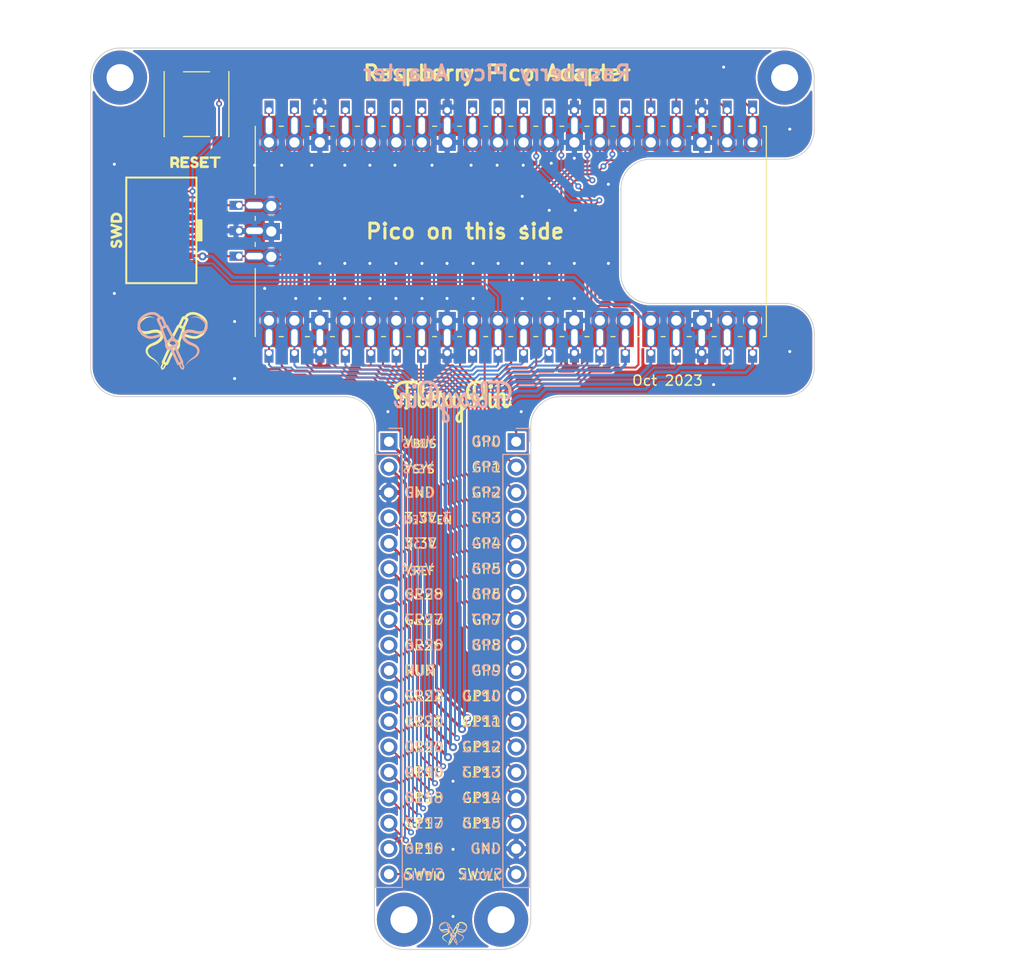
<source format=kicad_pcb>
(kicad_pcb (version 20211014) (generator pcbnew)
  (layers (0 "F.Cu" signal) (31 "B.Cu" signal) (34 "B.Paste" user) (35 "F.Paste" user) (36 "B.SilkS" user "B.Silkscreen") (37 "F.SilkS" user "F.Silkscreen") (38 "B.Mask" user) (39 "F.Mask" user) (44 "Edge.Cuts" user))
  (net 0 "")
  (net 1 "GND")
  (net 2 "/SWCLK")
  (net 3 "/SWDIO")
  (net 4 "VBUS")
  (net 5 "VDD")
  (net 6 "/3.3V_EN")
  (net 7 "+3V3")
  (net 8 "/VREF")
  (net 9 "/GPIO28")
  (net 10 "/GPIO27")
  (net 11 "/GPIO26")
  (net 12 "/RUN")
  (net 13 "/GPIO22")
  (net 14 "/GPIO21")
  (net 15 "/GPIO17")
  (net 16 "/GPIO16")
  (net 19 "/GPIO9")
  (net 20 "/GPIO8")
  (net 21 "/GPIO7")
  (net 22 "/GPIO6")
  (net 23 "/GPIO5")
  (net 24 "/GPIO4")
  (net 25 "/GPIO3")
  (net 26 "/GPIO20")
  (net 27 "/GPIO2")
  (net 28 "/GPIO19")
  (net 29 "/GPIO18")
  (net 30 "/GPIO15")
  (net 31 "/GPIO14")
  (net 32 "/GPIO13")
  (net 33 "/GPIO12")
  (net 34 "/GPIO11")
  (net 35 "/GPIO10")
  (net 36 "/GPIO1")
  (net 37 "/GPIO0")
  (footprint "MountingHole:MountingHole_2.7mm_M2.5_Pad" (layer "F.Cu") (at 125.9 158.723366)
    (fp_text reference "REF**" hide)
    (fp_text value "MountingHole_2.7mm_M2.5_Pad")
  )
  (footprint "FlexyPin:FlexyPin_1x20_P2.54mm" (layer "F.Cu") (at 112.43 102.15 90)
    (fp_text reference "J3" hide)
    (fp_text value "Conn_01x20")
  )
  (footprint "Module_Extra:RaspberryPi_Pico" (layer "F.Cu") (at 136.56 90.01 -90)
    (fp_text reference "U1" hide)
    (fp_text value "RaspberryPi_Pico")
  )
  (footprint "MountingHole:MountingHole_2.7mm_M2.5_Pad" (layer "F.Cu") (at 97.571815 74.65)
    (fp_text reference "REF**" hide)
    (fp_text value "MountingHole_2.7mm_M2.5_Pad")
  )
  (footprint "MountingHole:MountingHole_2.7mm_M2.5_Pad" (layer "F.Cu") (at 163.89 74.65)
    (fp_text reference "REF**" hide)
    (fp_text value "MountingHole_2.7mm_M2.5_Pad")
  )
  (footprint "Connector_PinHeader_1.27mm_Extra:PinHeader_2x05_P1.27mm_Vertical_SMD_IDC" (layer "F.Cu") (at 101.69 89.9 90)
    (fp_text reference "J6" hide)
    (fp_text value "Conn_Debug")
  )
  (footprint "FlexyPin:FlexyPin_1x03_P2.54mm" (layer "F.Cu") (at 109.44 87.4)
    (fp_text reference "J2" hide)
    (fp_text value "Conn_01x03")
  )
  (footprint "kibuzzard-6227DBF8" (layer "F.Cu") (at 105.1 83.1)
    (fp_text reference "kibuzzard-6227DBF8" hide)
    (fp_text value "G***" hide)
  )
  (footprint "LOGO" (layer "F.Cu") (at 130.75 107)
    (fp_text reference "G***" hide)
    (fp_text value "LOGO" hide)
  )
  (footprint "Button_Switch_SMD:SW_Push_1P1T_NO_6x6mm_H9.5mm" (layer "F.Cu") (at 105.2 77.3 90)
    (fp_text reference "SW1" hide)
    (fp_text value "SW_RST")
  )
  (footprint "kibuzzard-6227DBEE" (layer "F.Cu") (at 97.2 89.9 90)
    (fp_text reference "kibuzzard-6227DBEE" hide)
    (fp_text value "G***" hide)
  )
  (footprint "MountingHole:MountingHole_2.7mm_M2.5_Pad" (layer "F.Cu") (at 135.6 158.723366)
    (fp_text reference "REF**" hide)
    (fp_text value "MountingHole_2.7mm_M2.5_Pad")
  )
  (footprint "Symbols_Extra:SolderParty-New-Logo_7.5x6.4mm_SilkScreen" (layer "F.Cu") (at 103.05 100.7)
    (fp_text reference "G***" hide)
    (fp_text value "LOGO" hide)
  )
  (footprint "FlexyPin:FlexyPin_1x20_P2.54mm" (layer "F.Cu") (at 160.69 77.9 -90)
    (fp_text reference "J1" hide)
    (fp_text value "Conn_01x20")
  )
  (footprint "Symbols_Extra:SolderParty-New-Logo_3x2.5mm_SilkScreen" (layer "F.Cu") (at 130.9 160)
    (fp_text reference "G***" hide)
    (fp_text value "LOGO" hide)
  )
  (footprint "LOGO" (layer "B.Cu") (at 130.75 107 180)
    (fp_text reference "G***" hide)
    (fp_text value "LOGO" hide)
  )
  (footprint "Symbols_Extra:SolderParty-New-Logo_7.5x6.4mm_SilkScreen" (layer "B.Cu") (at 102.569476 100.7 180)
    (fp_text reference "G***" hide)
    (fp_text value "LOGO" hide)
  )
  (footprint "Connector_PinHeader_2.54mm:PinHeader_1x18_P2.54mm_Vertical" (layer "B.Cu") (at 124.4 110.995 180)
    (fp_text reference "J4" hide)
    (fp_text value "Conn_01x17")
  )
  (footprint "Symbols_Extra:SolderParty-New-Logo_3x2.5mm_SilkScreen" (layer "B.Cu") (at 130.7 160 180)
    (fp_text reference "G***" hide)
    (fp_text value "LOGO" hide)
  )
  (footprint "Connector_PinHeader_2.54mm:PinHeader_1x18_P2.54mm_Vertical" (layer "B.Cu") (at 137.1 111 180)
    (fp_text reference "J5" hide)
    (fp_text value "Conn_01x17")
  )
  (gr_arc (start 163.89 97.2) (mid 165.975965 98.064035) (end 166.84 100.15) (layer "Edge.Cuts") (width 0.1))
  (gr_arc (start 163.89 71.7) (mid 165.975965 72.564035) (end 166.84 74.65) (layer "Edge.Cuts") (width 0.1))
  (gr_line (start 94.64 74.65) (end 94.64 103.55) (layer "Edge.Cuts") (width 0.1))
  (gr_line (start 166.84 103.55) (end 166.84 100.15) (layer "Edge.Cuts") (width 0.1))
  (gr_arc (start 138.55 158.75) (mid 137.685965 160.835965) (end 135.6 161.7) (layer "Edge.Cuts") (width 0.1))
  (gr_line (start 138.55 158.75) (end 138.55 109.45) (layer "Edge.Cuts") (width 0.1))
  (gr_arc (start 94.64 74.65) (mid 95.504035 72.564035) (end 97.59 71.7) (layer "Edge.Cuts") (width 0.1))
  (gr_line (start 150.5 82.8) (end 163.89 82.8) (layer "Edge.Cuts") (width 0.1))
  (gr_arc (start 166.84 79.85) (mid 165.975965 81.935965) (end 163.89 82.8) (layer "Edge.Cuts") (width 0.1))
  (gr_arc (start 138.55 109.45) (mid 139.414035 107.364035) (end 141.5 106.5) (layer "Edge.Cuts") (width 0.1))
  (gr_line (start 150.5 97.2) (end 163.89 97.2) (layer "Edge.Cuts") (width 0.1))
  (gr_arc (start 150.5 97.2) (mid 148.414035 96.335965) (end 147.55 94.25) (layer "Edge.Cuts") (width 0.1))
  (gr_arc (start 147.55 85.75) (mid 148.414035 83.664035) (end 150.5 82.8) (layer "Edge.Cuts") (width 0.1))
  (gr_arc (start 166.84 103.55) (mid 165.975965 105.635965) (end 163.89 106.5) (layer "Edge.Cuts") (width 0.1))
  (gr_line (start 166.84 74.65) (end 166.84 79.85) (layer "Edge.Cuts") (width 0.1))
  (gr_arc (start 125.92 161.7) (mid 123.826952 160.83717) (end 122.95 158.75) (layer "Edge.Cuts") (width 0.1))
  (gr_line (start 122.95 109.45) (end 122.95 158.75) (layer "Edge.Cuts") (width 0.1))
  (gr_line (start 163.89 71.7) (end 97.59 71.7) (layer "Edge.Cuts") (width 0.1))
  (gr_arc (start 120 106.5) (mid 122.085965 107.364035) (end 122.95 109.45) (layer "Edge.Cuts") (width 0.1))
  (gr_line (start 125.92 161.7) (end 135.6 161.7) (layer "Edge.Cuts") (width 0.1))
  (gr_line (start 147.55 94.25) (end 147.55 85.75) (layer "Edge.Cuts") (width 0.1))
  (gr_line (start 97.59 106.5) (end 120 106.5) (layer "Edge.Cuts") (width 0.1))
  (gr_line (start 141.5 106.5) (end 163.89 106.5) (layer "Edge.Cuts") (width 0.1))
  (gr_arc (start 97.59 106.5) (mid 95.504035 105.635965) (end 94.64 103.55) (layer "Edge.Cuts") (width 0.1))
  (gr_text "GP19" (at 129.987619 144.016095) (layer "B.SilkS") (effects (font (size 1 1)) (justify left mirror)))
  (gr_text "GP13" (at 131.547619 144.012663) (layer "B.SilkS") (effects (font (size 1 1)) (justify right mirror)))
  (gr_text "SW_{CLK}" (at 131.330476 154.172663) (layer "B.SilkS") (effects (font (size 1 1)) (justify right mirror)))
  (gr_text "GP8" (at 132.5 131.312663) (layer "B.SilkS") (effects (font (size 1 1)) (justify right mirror)))
  (gr_text "GP11" (at 131.547619 138.932663) (layer "B.SilkS") (effects (font (size 1 1)) (justify right mirror)))
  (gr_text "V_{SYS}\n" (at 128.933334 113.536095) (layer "B.SilkS") (effects (font (size 1 1)) (justify left mirror)))
  (gr_text "GP18" (at 129.987619 146.556095) (layer "B.SilkS") (effects (font (size 1 1)) (justify left mirror)))
  (gr_text "GP0" (at 132.5 110.992663) (layer "B.SilkS") (effects (font (size 1 1)) (justify right mirror)))
  (gr_text "3.3V" (at 129.320952 121.156095) (layer "B.SilkS") (effects (font (size 1 1)) (justify left mirror)))
  (gr_text "GP14" (at 131.547619 146.552663) (layer "B.SilkS") (effects (font (size 1 1)) (justify right mirror)))
  (gr_text "GP21" (at 129.987619 138.936095) (layer "B.SilkS") (effects (font (size 1 1)) (justify left mirror)))
  (gr_text "GP12" (at 131.547619 141.472663) (layer "B.SilkS") (effects (font (size 1 1)) (justify right mirror)))
  (gr_text "GP4" (at 132.5 121.152663) (layer "B.SilkS") (effects (font (size 1 1)) (justify right mirror)))
  (gr_text "GP6" (at 132.5 126.232663) (layer "B.SilkS") (effects (font (size 1 1)) (justify right mirror)))
  (gr_text "GND" (at 132.404762 151.632663) (layer "B.SilkS") (effects (font (size 1 1)) (justify right mirror)))
  (gr_text "GP5" (at 132.5 123.692663) (layer "B.SilkS") (effects (font (size 1 1)) (justify right mirror)))
  (gr_text "GP3" (at 132.5 118.612663) (layer "B.SilkS") (effects (font (size 1 1)) (justify right mirror)))
  (gr_text "GP26" (at 129.987619 131.316095) (layer "B.SilkS") (effects (font (size 1 1)) (justify left mirror)))
  (gr_text "GP10" (at 131.547619 136.392663) (layer "B.SilkS") (effects (font (size 1 1)) (justify right mirror)))
  (gr_text "GP2" (at 132.5 116.072663) (layer "B.SilkS") (effects (font (size 1 1)) (justify right mirror)))
  (gr_text "V_{BUS}" (at 129.1 110.996095) (layer "B.SilkS") (effects (font (size 1 1)) (justify left mirror)))
  (gr_text "GP9" (at 132.5 133.852663) (layer "B.SilkS") (effects (font (size 1 1)) (justify right mirror)))
  (gr_text "GP22" (at 129.987619 136.396095) (layer "B.SilkS") (effects (font (size 1 1)) (justify left mirror)))
  (gr_text "V_{REF}\n" (at 128.933333 123.696095) (layer "B.SilkS") (effects (font (size 1 1)) (justify left mirror)))
  (gr_text "SW_{DIO}\n" (at 130.004761 154.176095) (layer "B.SilkS") (effects (font (size 1 1)) (justify left mirror)))
  (gr_text "GP17" (at 129.987619 149.096095) (layer "B.SilkS") (effects (font (size 1 1)) (justify left mirror)))
  (gr_text "GP27" (at 129.987619 128.776095) (layer "B.SilkS") (effects (font (size 1 1)) (justify left mirror)))
  (gr_text "GP7" (at 132.5 128.772663) (layer "B.SilkS") (effects (font (size 1 1)) (justify right mirror)))
  (gr_text "GP15" (at 131.547619 149.092663) (layer "B.SilkS") (effects (font (size 1 1)) (justify right mirror)))
  (gr_text "GND" (at 129.130476 116.076095) (layer "B.SilkS") (effects (font (size 1 1)) (justify left mirror)))
  (gr_text "GP20" (at 129.987619 141.476095) (layer "B.SilkS") (effects (font (size 1 1)) (justify left mirror)))
  (gr_text "RUN" (at 129.178095 133.856095) (layer "B.SilkS") (effects (font (size 1 1)) (justify left mirror)))
  (gr_text "GP1" (at 132.5 113.532663) (layer "B.SilkS") (effects (font (size 1 1)) (justify right mirror)))
  (gr_text "GP28" (at 129.987619 126.236095) (layer "B.SilkS") (effects (font (size 1 1)) (justify left mirror)))
  (gr_text "GP16" (at 129.987619 151.636095) (layer "B.SilkS") (effects (font (size 1 1)) (justify left mirror)))
  (gr_text "3.3V_{EN}\n" (at 130.747618 118.616095) (layer "B.SilkS") (effects (font (size 1 1)) (justify left mirror)))
  (gr_text "Raspberry Pico Adapter" (at 135.188935 74.195103) (layer "B.SilkS") (effects (font (size 1.5 1.5) (thickness 0.3) bold) (justify mirror)))
  (gr_text "GP28" (at 125.8 126.24) (layer "F.SilkS") (effects (font (size 1 1)) (justify left)))
  (gr_text "SW_{CLK}" (at 135.7 154.18) (layer "F.SilkS") (effects (font (size 1 1)) (justify right)))
  (gr_text "GP15" (at 135.7 149.1) (layer "F.SilkS") (effects (font (size 1 1)) (justify right)))
  (gr_text "GP27" (at 125.8 128.78) (layer "F.SilkS") (effects (font (size 1 1)) (justify left)))
  (gr_text "GP8" (at 135.7 131.32) (layer "F.SilkS") (effects (font (size 1 1)) (justify right)))
  (gr_text "GND" (at 135.7 151.64) (layer "F.SilkS") (effects (font (size 1 1)) (justify right)))
  (gr_text "GP2" (at 135.7 116.08) (layer "F.SilkS") (effects (font (size 1 1)) (justify right)))
  (gr_text "GP26" (at 125.8 131.32) (layer "F.SilkS") (effects (font (size 1 1)) (justify left)))
  (gr_text "GP17" (at 125.8 149.1) (layer "F.SilkS") (effects (font (size 1 1)) (justify left)))
  (gr_text "RUN" (at 125.8 133.86) (layer "F.SilkS") (effects (font (size 1 1)) (justify left)))
  (gr_text "GP19" (at 125.8 144.02) (layer "F.SilkS") (effects (font (size 1 1)) (justify left)))
  (gr_text "GP0" (at 135.7 111) (layer "F.SilkS") (effects (font (size 1 1)) (justify right)))
  (gr_text "GP1" (at 135.7 113.54) (layer "F.SilkS") (effects (font (size 1 1)) (justify right)))
  (gr_text "GP7" (at 135.7 128.78) (layer "F.SilkS") (effects (font (size 1 1)) (justify right)))
  (gr_text "GP16" (at 125.8 151.64) (layer "F.SilkS") (effects (font (size 1 1)) (justify left)))
  (gr_text "GP6" (at 135.7 126.24) (layer "F.SilkS") (effects (font (size 1 1)) (justify right)))
  (gr_text "GP12" (at 135.7 141.48) (layer "F.SilkS") (effects (font (size 1 1)) (justify right)))
  (gr_text "V_{SYS}\n" (at 125.8 113.54) (layer "F.SilkS") (effects (font (size 1 1)) (justify left)))
  (gr_text "Raspberry Pico Adapter" (at 135.19 74.2) (layer "F.SilkS") (effects (font (size 1.5 1.5) (thickness 0.3) bold)))
  (gr_text "GND" (at 125.8 116.08) (layer "F.SilkS") (effects (font (size 1 1)) (justify left)))
  (gr_text "GP18" (at 125.8 146.56) (layer "F.SilkS") (effects (font (size 1 1)) (justify left)))
  (gr_text "V_{BUS}" (at 125.8 111) (layer "F.SilkS") (effects (font (size 1 1)) (justify left)))
  (gr_text "GP13" (at 135.7 144.02) (layer "F.SilkS") (effects (font (size 1 1)) (justify right)))
  (gr_text "GP11" (at 135.7 138.94) (layer "F.SilkS") (effects (font (size 1 1)) (justify right)))
  (gr_text "GP14" (at 135.7 146.56) (layer "F.SilkS") (effects (font (size 1 1)) (justify right)))
  (gr_text "3.3V_{EN}\n" (at 125.8 118.62) (layer "F.SilkS") (effects (font (size 1 1)) (justify left)))
  (gr_text "SW_{DIO}\n" (at 125.8 154.18) (layer "F.SilkS") (effects (font (size 1 1)) (justify left)))
  (gr_text "GP20" (at 125.8 141.48) (layer "F.SilkS") (effects (font (size 1 1)) (justify left)))
  (gr_text "GP9" (at 135.7 133.86) (layer "F.SilkS") (effects (font (size 1 1)) (justify right)))
  (gr_text "GP22" (at 125.8 136.4) (layer "F.SilkS") (effects (font (size 1 1)) (justify left)))
  (gr_text "V_{REF}\n" (at 125.8 123.7) (layer "F.SilkS") (effects (font (size 1 1)) (justify left)))
  (gr_text "Pico on this side" (at 132 90) (layer "F.SilkS") (effects (font (size 1.5 1.5) (thickness 0.3) bold)))
  (gr_text "3.3V" (at 125.8 121.16) (layer "F.SilkS") (effects (font (size 1 1)) (justify left)))
  (gr_text "GP4" (at 135.7 121.16) (layer "F.SilkS") (effects (font (size 1 1)) (justify right)))
  (gr_text "GP5" (at 135.7 123.7) (layer "F.SilkS") (effects (font (size 1 1)) (justify right)))
  (gr_text "GP10" (at 135.7 136.4) (layer "F.SilkS") (effects (font (size 1 1)) (justify right)))
  (gr_text "GP3" (at 135.7 118.62) (layer "F.SilkS") (effects (font (size 1 1)) (justify right)))
  (gr_text "Oct 2023" (at 152.2 104.9) (layer "F.SilkS") (effects (font (size 1 1))))
  (gr_text "GP21" (at 125.8 138.94) (layer "F.SilkS") (effects (font (size 1 1)) (justify left)))
  (segment (start 155.61 102.15) (end 155.61 100.6) (width 0.2) (layer "F.Cu") (net 1))
  (segment (start 130.21 77.9) (end 130.21 79.45) (width 0.2) (layer "F.Cu") (net 1))
  (segment (start 155.61 77.9) (end 155.61 79.45) (width 0.2) (layer "F.Cu") (net 1))
  (segment (start 130.21 102.15) (end 130.21 100.6) (width 0.2) (layer "F.Cu") (net 1))
  (segment (start 109.44 89.94) (end 110.99 89.94) (width 0.2) (layer "F.Cu") (net 1))
  (segment (start 142.91 102.15) (end 142.91 100.6) (width 0.2) (layer "F.Cu") (net 1))
  (segment (start 117.51 77.9) (end 117.51 79.45) (width 0.2) (layer "F.Cu") (net 1))
  (segment (start 142.91 77.9) (end 142.91 79.45) (width 0.2) (layer "F.Cu") (net 1))
  (segment (start 117.51 102.15) (end 117.51 100.6) (width 0.2) (layer "F.Cu") (net 1))
  (via (at 111 83.4) (size 0.6) (drill 0.3) (layers "F.Cu" "B.Cu") (net 1))
  (via (at 122.5 93.2) (size 0.6) (drill 0.3) (layers "F.Cu" "B.Cu") (net 1))
  (via (at 125 83.4) (size 0.6) (drill 0.3) (layers "F.Cu" "B.Cu") (net 1))
  (via (at 142.9 96.7) (size 0.6) (drill 0.3) (layers "F.Cu" "B.Cu") (net 1))
  (via (at 130.8 158.4) (size 0.6) (drill 0.3) (layers "F.Cu" "B.Cu") (net 1))
  (via (at 143 87.9) (size 0.6) (drill 0.3) (layers "F.Cu" "B.Cu") (net 1))
  (via (at 140.6 83.2) (size 0.6) (drill 0.3) (layers "F.Cu" "B.Cu") (net 1))
  (via (at 156.8 105.3) (size 0.6) (drill 0.3) (layers "F.Cu" "B.Cu") (net 1))
  (via (at 135.2 83.4) (size 0.6) (drill 0.3) (layers "F.Cu" "B.Cu") (net 1))
  (via (at 132.8 93.2) (size 0.6) (drill 0.3) (layers "F.Cu" "B.Cu") (net 1))
  (via (at 122.5 83.4) (size 0.6) (drill 0.3) (layers "F.Cu" "B.Cu") (net 1))
  (via (at 157.8 73.6) (size 0.6) (drill 0.3) (layers "F.Cu" "B.Cu") (net 1))
  (via (at 125.1 96.7) (size 0.6) (drill 0.3) (layers "F.Cu" "B.Cu") (net 1))
  (via (at 137.7 96.7) (size 0.6) (drill 0.3) (layers "F.Cu" "B.Cu") (net 1))
  (via (at 109 104.7) (size 0.6) (drill 0.3) (layers "F.Cu" "B.Cu") (net 1))
  (via (at 120 93.2) (size 0.6) (drill 0.3) (layers "F.Cu" "B.Cu") (net 1))
  (via (at 124.3 108) (size 0.6) (drill 0.3) (layers "F.Cu" "B.Cu") (net 1))
  (via (at 130.8 151.7) (size 0.6) (drill 0.3) (layers "F.Cu" "B.Cu") (net 1))
  (via (at 142.9 93.2) (size 0.6) (drill 0.3) (layers "F.Cu" "B.Cu") (net 1))
  (via (at 115.1 96.7) (size 0.6) (drill 0.3) (layers "F.Cu" "B.Cu") (net 1))
  (via (at 137.7 93.2) (size 0.6) (drill 0.3) (layers "F.Cu" "B.Cu") (net 1))
  (via (at 137.7 86.5) (size 0.6) (drill 0.3) (layers "F.Cu" "B.Cu") (net 1))
  (via (at 135.3 93.2) (size 0.6) (drill 0.3) (layers "F.Cu" "B.Cu") (net 1))
  (via (at 97 83.3) (size 0.6) (drill 0.3) (layers "F.Cu" "B.Cu") (net 1))
  (via (at 142.9 82.7) (size 0.6) (drill 0.3) (layers "F.Cu" "B.Cu") (net 1))
  (via (at 116.7 83.4) (size 0.6) (drill 0.3) (layers "F.Cu" "B.Cu") (net 1))
  (via (at 120 96.7) (size 0.6) (drill 0.3) (layers "F.Cu" "B.Cu") (net 1))
  (via (at 137.6 108) (size 0.6) (drill 0.3) (layers "F.Cu" "B.Cu") (net 1))
  (via (at 164.4 102) (size 0.6) (drill 0.3) (layers "F.Cu" "B.Cu") (net 1))
  (via (at 132.6 83.4) (size 0.6) (drill 0.3) (layers "F.Cu" "B.Cu") (net 1))
  (via (at 146.3 93.2) (size 0.6) (drill 0.3) (layers "F.Cu" "B.Cu") (net 1))
  (via (at 125.1 93.2) (size 0.6) (drill 0.3) (layers "F.Cu" "B.Cu") (net 1))
  (via (at 140.4 93.2) (size 0.6) (drill 0.3) (layers "F.Cu" "B.Cu") (net 1))
  (via (at 130.8 144.9) (size 0.6) (drill 0.3) (layers "F.Cu" "B.Cu") (net 1))
  (via (at 113.7 83.4) (size 0.6) (drill 0.3) (layers "F.Cu" "B.Cu") (net 1))
  (via (at 117.5 93.2) (size 0.6) (drill 0.3) (layers "F.Cu" "B.Cu") (net 1))
  (via (at 109 99) (size 0.6) (drill 0.3) (layers "F.Cu" "B.Cu") (net 1))
  (via (at 127.7 96.7) (size 0.6) (drill 0.3) (layers "F.Cu" "B.Cu") (net 1))
  (via (at 128.7 83.4) (size 0.6) (drill 0.3) (layers "F.Cu" "B.Cu") (net 1))
  (via (at 120 83.4) (size 0.6) (drill 0.3) (layers "F.Cu" "B.Cu") (net 1))
  (via (at 132.8 96.7) (size 0.6) (drill 0.3) (layers "F.Cu" "B.Cu") (net 1))
  (via (at 130.2 93.2) (size 0.6) (drill 0.3) (layers "F.Cu" "B.Cu") (net 1))
  (via (at 97 96.2) (size 0.6) (drill 0.3) (layers "F.Cu" "B.Cu") (net 1))
  (via (at 138 89.5) (size 0.6) (drill 0.3) (layers "F.Cu" "B.Cu") (net 1))
  (via (at 140.4 87.9) (size 0.6) (drill 0.3) (layers "F.Cu" "B.Cu") (net 1))
  (via (at 140.4 96.7) (size 0.6) (drill 0.3) (layers "F.Cu" "B.Cu") (net 1))
  (via (at 137.8 83.4) (size 0.6) (drill 0.3) (layers "F.Cu" "B.Cu") (net 1))
  (via (at 130.2 96.7) (size 0.6) (drill 0.3) (layers "F.Cu" "B.Cu") (net 1))
  (via (at 127.7 93.2) (size 0.6) (drill 0.3) (layers "F.Cu" "B.Cu") (net 1))
  (via (at 164.4 79.8) (size 0.6) (drill 0.3) (layers "F.Cu" "B.Cu") (net 1))
  (via (at 112 95.7) (size 0.6) (drill 0.3) (layers "F.Cu" "B.Cu") (net 1))
  (via (at 122.5 96.7) (size 0.6) (drill 0.3) (layers "F.Cu" "B.Cu") (net 1))
  (via (at 146.3 85.3) (size 0.6) (drill 0.3) (layers "F.Cu" "B.Cu") (net 1))
  (via (at 117.5 96.7) (size 0.6) (drill 0.3) (layers "F.Cu" "B.Cu") (net 1))
  (segment (start 113.284513 104.149519) (end 113.834034 104.69904) (width 0.2) (layer "F.Cu") (net 2))
  (segment (start 111.437497 97.097497) (end 110.80048 97.734514) (width 0.2) (layer "F.Cu") (net 2))
  (segment (start 132.354818 129.119872) (end 132.754333 129.519387) (width 0.2) (layer "F.Cu") (net 2))
  (segment (start 101.7 86.9) (end 101.7 90.8) (width 0.2) (layer "F.Cu") (net 2))
  (segment (start 114.165007 104.699039) (end 115.904021 104.699039) (width 0.2) (layer "F.Cu") (net 2))
  (segment (start 125.042078 105.89712) (end 125.741117 106.596159) (width 0.2) (layer "F.Cu") (net 2))
  (segment (start 133.553375 136.243411) (end 133.95289 136.642926) (width 0.2) (layer "F.Cu") (net 2))
  (segment (start 112.59 87.4) (end 112.66 87.47) (width 0.2) (layer "F.Cu") (net 2))
  (segment (start 129.95769 114.87278) (end 130.357213 115.272303) (width 0.2) (layer "F.Cu") (net 2))
  (segment (start 132.754333 129.519387) (end 132.754337 131.494385) (width 0.2) (layer "F.Cu") (net 2))
  (segment (start 102 86.6) (end 101.7 86.9) (width 0.2) (layer "F.Cu") (net 2))
  (segment (start 110.80048 97.734514) (end 110.800481 103.665487) (width 0.2) (layer "F.Cu") (net 2))
  (segment (start 132.754337 131.494385) (end 133.153852 131.8939) (width 0.2) (layer "F.Cu") (net 2))
  (segment (start 109.44 87.4) (end 112.59 87.4) (width 0.2) (layer "F.Cu") (net 2))
  (segment (start 116.403062 105.19808) (end 120.77305 105.19808) (width 0.2) (layer "F.Cu") (net 2))
  (segment (start 110.800481 103.665487) (end 111.284513 104.149519) (width 0.2) (layer "F.Cu") (net 2))
  (segment (start 115.904021 104.699039) (end 116.403062 105.19808) (width 0.2) (layer "F.Cu") (net 2))
  (segment (start 133.95289 151.03289) (end 137.1 154.18) (width 0.2) (layer "F.Cu") (net 2))
  (segment (start 108.3 87.4) (end 107.5 86.6) (width 0.2) (layer "F.Cu") (net 2))
  (segment (start 133.95289 136.642926) (end 133.95289 151.03289) (width 0.2) (layer "F.Cu") (net 2))
  (segment (start 120.97257 105.3976) (end 122.507564 105.3976) (width 0.2) (layer "F.Cu") (net 2))
  (segment (start 129.95769 107.077739) (end 129.95769 114.87278) (width 0.2) (layer "F.Cu") (net 2))
  (segment (start 112.66 87.47) (end 113.53 87.47) (width 0.2) (layer "F.Cu") (net 2))
  (segment (start 101.33 91.17) (end 99.84 91.17) (width 0.2) (layer "F.Cu") (net 2))
  (segment (start 130.357213 115.272303) (end 130.357213 117.247299) (width 0.2) (layer "F.Cu") (net 2))
  (segment (start 129.476112 106.59616) (end 129.95769 107.077739) (width 0.2) (layer "F.Cu") (net 2))
  (segment (start 113.53 87.47) (end 114.17096 88.11096) (width 0.2) (layer "F.Cu") (net 2))
  (segment (start 101.7 90.8) (end 101.33 91.17) (width 0.2) (layer "F.Cu") (net 2))
  (segment (start 114.17096 88.11096) (end 114.17096 95.464034) (width 0.2) (layer "F.Cu") (net 2))
  (segment (start 123.007084 105.89712) (end 125.042078 105.89712) (width 0.2) (layer "F.Cu") (net 2))
  (segment (start 114.17096 95.464034) (end 112.537497 97.097497) (width 0.2) (layer "F.Cu") (net 2))
  (segment (start 133.153856 133.868898) (end 133.553371 134.268413) (width 0.2) (layer "F.Cu") (net 2))
  (segment (start 132.354814 127.144874) (end 132.354818 129.119872) (width 0.2) (layer "F.Cu") (net 2))
  (segment (start 131.555775 122.395847) (end 131.555779 124.370845) (width 0.2) (layer "F.Cu") (net 2))
  (segment (start 131.955299 126.745359) (end 132.354814 127.144874) (width 0.2) (layer "F.Cu") (net 2))
  (segment (start 130.756735 117.646821) (end 130.756739 119.621817) (width 0.2) (layer "F.Cu") (net 2))
  (segment (start 131.156253 120.021331) (end 131.156255 121.996327) (width 0.2) (layer "F.Cu") (net 2))
  (segment (start 131.555779 124.370845) (end 131.955295 124.770361) (width 0.2) (layer "F.Cu") (net 2))
  (segment (start 107.5 86.6) (end 102 86.6) (width 0.2) (layer "F.Cu") (net 2))
  (segment (start 130.756739 119.621817) (end 131.156253 120.021331) (width 0.2) (layer "F.Cu") (net 2))
  (segment (start 131.955295 124.770361) (end 131.955299 126.745359) (width 0.2) (layer "F.Cu") (net 2))
  (segment (start 122.507564 105.3976) (end 123.007084 105.89712) (width 0.2) (layer "F.Cu") (net 2))
  (segment (start 130.357213 117.247299) (end 130.756735 117.646821) (width 0.2) (layer "F.Cu") (net 2))
  (segment (start 113.834034 104.69904) (end 114.165007 104.699039) (width 0.2) (layer "F.Cu") (net 2))
  (segment (start 125.741117 106.596159) (end 129.476112 106.59616) (width 0.2) (layer "F.Cu") (net 2))
  (segment (start 133.553371 134.268413) (end 133.553375 136.243411) (width 0.2) (layer "F.Cu") (net 2))
  (segment (start 109.44 87.4) (end 108.3 87.4) (width 0.2) (layer "F.Cu") (net 2))
  (segment (start 112.537497 97.097497) (end 111.437497 97.097497) (width 0.2) (layer "F.Cu") (net 2))
  (segment (start 133.153852 131.8939) (end 133.153856 133.868898) (width 0.2) (layer "F.Cu") (net 2))
  (segment (start 131.156255 121.996327) (end 131.555775 122.395847) (width 0.2) (layer "F.Cu") (net 2))
  (segment (start 111.284513 104.149519) (end 113.284513 104.149519) (width 0.2) (layer "F.Cu") (net 2))
  (segment (start 120.77305 105.19808) (end 120.97257 105.3976) (width 0.2) (layer "F.Cu") (net 2))
  (segment (start 131.15626 124.536332) (end 131.555776 124.935848) (width 0.2) (layer "F.Cu") (net 3))
  (segment (start 133.153856 136.408898) (end 133.55337 136.808412) (width 0.2) (layer "F.Cu") (net 3))
  (segment (start 131.156256 122.561334) (end 131.15626 124.536332) (width 0.2) (layer "F.Cu") (net 3))
  (segment (start 131.55578 126.910846) (end 131.955295 127.310361) (width 0.2) (layer "F.Cu") (net 3))
  (segment (start 132.754332 132.059386) (end 132.754337 134.034385) (width 0.2) (layer "F.Cu") (net 3))
  (segment (start 122.344958 105.8) (end 122.841598 106.29664) (width 0.2) (layer "F.Cu") (net 3))
  (segment (start 110.400961 101.899039) (end 110.4 101.9) (width 0.2) (layer "F.Cu") (net 3))
  (segment (start 132.354818 131.659872) (end 132.754332 132.059386) (width 0.2) (layer "F.Cu") (net 3))
  (segment (start 110.40096 97.569028) (end 110.400961 98.3) (width 0.2) (layer "F.Cu") (net 3))
  (segment (start 124.876591 106.296639) (end 125.575631 106.995679) (width 0.2) (layer "F.Cu") (net 3))
  (segment (start 120.79712 105.79712) (end 121.138057 105.797119) (width 0.2) (layer "F.Cu") (net 3))
  (segment (start 111.119026 104.549038) (end 113.119027 104.549039) (width 0.2) (layer "F.Cu") (net 3))
  (segment (start 110.400961 98.3) (end 110.400961 101.899039) (width 0.2) (layer "F.Cu") (net 3))
  (segment (start 113.55 92.55) (end 113.77144 92.77144) (width 0.2) (layer "F.Cu") (net 3))
  (segment (start 130.35722 119.787304) (end 130.756733 120.186817) (width 0.2) (layer "F.Cu") (net 3))
  (segment (start 129.55817 107.55817) (end 129.558171 115.038267) (width 0.2) (layer "F.Cu") (net 3))
  (segment (start 133.55337 136.808412) (end 133.55337 151.04663) (width 0.2) (layer "F.Cu") (net 3))
  (segment (start 113.119027 104.549039) (end 113.668549 105.09856) (width 0.2) (layer "F.Cu") (net 3))
  (segment (start 131.555776 124.935848) (end 131.55578 126.910846) (width 0.2) (layer "F.Cu") (net 3))
  (segment (start 123.172571 106.296639) (end 124.876591 106.296639) (width 0.2) (layer "F.Cu") (net 3))
  (segment (start 130.756736 122.161814) (end 131.156256 122.561334) (width 0.2) (layer "F.Cu") (net 3))
  (segment (start 110.4 103.830012) (end 111.119026 104.549038) (width 0.2) (layer "F.Cu") (net 3))
  (segment (start 130.357216 117.812308) (end 130.35722 119.787304) (width 0.2) (layer "F.Cu") (net 3))
  (segment (start 101.36 92.44) (end 99.84 92.44) (width 0.2) (layer "F.Cu") (net 3))
  (segment (start 112.372011 96.697977) (end 111.272011 96.697977) (width 0.2) (layer "F.Cu") (net 3))
  (segment (start 108.28 92.48) (end 107.6 91.8) (width 0.2) (layer "F.Cu") (net 3))
  (segment (start 116.237575 105.597599) (end 120.597599 105.597599) (width 0.2) (layer "F.Cu") (net 3))
  (segment (start 109.44 92.48) (end 112.59 92.48) (width 0.2) (layer "F.Cu") (net 3))
  (segment (start 121.138057 105.797119) (end 122.297119 105.797119) (width 0.2) (layer "F.Cu") (net 3))
  (segment (start 113.77144 92.77144) (end 113.77144 95.298548) (width 0.2) (layer "F.Cu") (net 3))
  (segment (start 120.597599 105.597599) (end 120.79712 105.79712) (width 0.2) (layer "F.Cu") (net 3))
  (segment (start 112.66 92.55) (end 113.55 92.55) (width 0.2) (layer "F.Cu") (net 3))
  (segment (start 112.59 92.48) (end 112.66 92.55) (width 0.2) (layer "F.Cu") (net 3))
  (segment (start 128.99568 106.99568) (end 129.55817 107.55817) (width 0.2) (layer "F.Cu") (net 3))
  (segment (start 125.575631 106.995679) (end 128.99568 106.99568) (width 0.2) (layer "F.Cu") (net 3))
  (segment (start 129.957692 115.437788) (end 129.957694 117.412786) (width 0.2) (layer "F.Cu") (net 3))
  (segment (start 132.354814 129.684874) (end 132.354818 131.659872) (width 0.2) (layer "F.Cu") (net 3))
  (segment (start 129.957694 117.412786) (end 130.357216 117.812308) (width 0.2) (layer "F.Cu") (net 3))
  (segment (start 111.272011 96.697977) (end 110.40096 97.569028) (width 0.2) (layer "F.Cu") (net 3))
  (segment (start 130.756733 120.186817) (end 130.756736 122.161814) (width 0.2) (layer "F.Cu") (net 3))
  (segment (start 122.297119 105.797119) (end 122.3 105.8) (width 0.2) (layer "F.Cu") (net 3))
  (segment (start 130.425 154.175) (end 124.4 154.175) (width 0.2) (layer "F.Cu") (net 3))
  (segment (start 102 91.8) (end 101.36 92.44) (width 0.2) (layer "F.Cu") (net 3))
  (segment (start 131.955299 129.285359) (end 132.354814 129.684874) (width 0.2) (layer "F.Cu") (net 3))
  (segment (start 133.153852 134.4339) (end 133.153856 136.408898) (width 0.2) (layer "F.Cu") (net 3))
  (segment (start 122.841598 106.29664) (end 123.172571 106.296639) (width 0.2) (layer "F.Cu") (net 3))
  (segment (start 133.55337 151.04663) (end 130.425 154.175) (width 0.2) (layer "F.Cu") (net 3))
  (segment (start 115.738535 105.098559) (end 116.237575 105.597599) (width 0.2) (layer "F.Cu") (net 3))
  (segment (start 109.44 92.48) (end 108.28 92.48) (width 0.2) (layer "F.Cu") (net 3))
  (segment (start 131.955295 127.310361) (end 131.955299 129.285359) (width 0.2) (layer "F.Cu") (net 3))
  (segment (start 110.4 101.9) (end 110.4 103.830012) (width 0.2) (layer "F.Cu") (net 3))
  (segment (start 129.558171 115.038267) (end 129.957692 115.437788) (width 0.2) (layer "F.Cu") (net 3))
  (segment (start 113.77144 95.298548) (end 112.372011 96.697977) (width 0.2) (layer "F.Cu") (net 3))
  (segment (start 122.3 105.8) (end 122.344958 105.8) (width 0.2) (layer "F.Cu") (net 3))
  (segment (start 107.6 91.8) (end 102 91.8) (width 0.2) (layer "F.Cu") (net 3))
  (segment (start 132.754337 134.034385) (end 133.153852 134.4339) (width 0.2) (layer "F.Cu") (net 3))
  (segment (start 113.668549 105.09856) (end 115.738535 105.098559) (width 0.2) (layer "F.Cu") (net 3))
  (segment (start 129.146158 135.561124) (end 129.146158 133.586131) (width 0.3) (layer "F.Cu") (net 4))
  (segment (start 127.947598 128.347598) (end 127.947598 126.462588) (width 0.3) (layer "F.Cu") (net 4))
  (segment (start 126.54904 121.326176) (end 126.54904 113.14404) (width 0.3) (layer "F.Cu") (net 4))
  (segment (start 126.99856 123.5) (end 126.998559 121.775695) (width 0.3) (layer "F.Cu") (net 4))
  (segment (start 132.185034 138.6) (end 129.146158 135.561124) (width 0.3) (layer "F.Cu") (net 4))
  (segment (start 128.79952 131.264499) (end 128.399519 130.864497) (width 0.3) (layer "F.Cu") (net 4))
  (segment (start 126.998559 121.775695) (end 126.54904 121.326176) (width 0.3) (layer "F.Cu") (net 4))
  (segment (start 126.54904 113.14404) (end 124.4 110.995) (width 0.3) (layer "F.Cu") (net 4))
  (segment (start 127.498078 123.999518) (end 126.99856 123.5) (width 0.3) (layer "F.Cu") (net 4))
  (segment (start 128.799519 133.239491) (end 128.79952 131.264499) (width 0.3) (layer "F.Cu") (net 4))
  (segment (start 160.69 102.15) (end 160.69 100.6) (width 0.2) (layer "F.Cu") (net 4))
  (segment (start 128.399519 130.864497) (end 128.399519 128.799519) (width 0.3) (layer "F.Cu") (net 4))
  (segment (start 129.146158 133.586131) (end 128.799519 133.239491) (width 0.3) (layer "F.Cu") (net 4))
  (segment (start 127.947598 126.462588) (end 127.498078 126.013068) (width 0.3) (layer "F.Cu") (net 4))
  (segment (start 128.399519 128.799519) (end 127.947598 128.347598) (width 0.3) (layer "F.Cu") (net 4))
  (segment (start 127.498078 126.013068) (end 127.498078 123.999518) (width 0.3) (layer "F.Cu") (net 4))
  (segment (start 132.2 138.6) (end 132.185034 138.6) (width 0.3) (layer "F.Cu") (net 4))
  (via (at 132.2 138.6) (size 0.8) (drill 0.4) (layers "F.Cu" "B.Cu") (net 4))
  (segment (start 137.242422 106.54712) (end 137.342902 106.44664) (width 0.3) (layer "B.Cu") (net 4))
  (segment (start 139.338371 106.44664) (end 140.037413 105.7476) (width 0.3) (layer "B.Cu") (net 4))
  (segment (start 153.193104 104.54904) (end 153.642626 104.09952) (width 0.3) (layer "B.Cu") (net 4))
  (segment (start 137.099519 106.54712) (end 137.242422 106.54712) (width 0.3) (layer "B.Cu") (net 4))
  (segment (start 160.69 103.41) (end 160.69 102.15) (width 0.3) (layer "B.Cu") (net 4))
  (segment (start 136.600483 107.046156) (end 137.099519 106.54712) (width 0.3) (layer "B.Cu") (net 4))
  (segment (start 151.228824 104.54904) (end 153.193104 104.54904) (width 0.3) (layer "B.Cu") (net 4))
  (segment (start 132.232185 107.445679) (end 134.207383 107.44568) (width 0.3) (layer "B.Cu") (net 4))
  (segment (start 131.942799 107.735065) (end 132.232185 107.445679) (width 0.3) (layer "B.Cu") (net 4))
  (segment (start 132.2 138.6) (end 131.942799 138.342799) (width 0.3) (layer "B.Cu") (net 4))
  (segment (start 131.942799 138.342799) (end 131.942799 107.735065) (width 0.3) (layer "B.Cu") (net 4))
  (segment (start 137.342902 106.44664) (end 139.338371 106.44664) (width 0.3) (layer "B.Cu") (net 4))
  (segment (start 134.606908 107.046156) (end 136.600483 107.046156) (width 0.3) (layer "B.Cu") (net 4))
  (segment (start 134.207383 107.44568) (end 134.606908 107.046156) (width 0.3) (layer "B.Cu") (net 4))
  (segment (start 160.00048 104.09952) (end 160.69 103.41) (width 0.3) (layer "B.Cu") (net 4))
  (segment (start 150.030261 105.7476) (end 151.228824 104.54904) (width 0.3) (layer "B.Cu") (net 4))
  (segment (start 140.037413 105.7476) (end 150.030261 105.7476) (width 0.3) (layer "B.Cu") (net 4))
  (segment (start 153.642626 104.09952) (end 160.00048 104.09952) (width 0.3) (layer "B.Cu") (net 4))
  (segment (start 126.04952 115.18452) (end 124.4 113.535) (width 0.3) (layer "F.Cu") (net 5))
  (segment (start 158.15 102.15) (end 158.15 100.6) (width 0.2) (layer "F.Cu") (net 5))
  (segment (start 129.046155 136.167549) (end 128.646638 135.768032) (width 0.3) (layer "F.Cu") (net 5))
  (segment (start 127.448079 126.669497) (end 126.99856 126.219978) (width 0.3) (layer "F.Cu") (net 5))
  (segment (start 128.646638 135.768032) (end 128.646638 133.793038) (width 0.3) (layer "F.Cu") (net 5))
  (segment (start 127.9 129.096412) (end 127.44808 128.644492) (width 0.3) (layer "F.Cu") (net 5))
  (segment (start 129.046155 137.052896) (end 129.046155 136.167549) (width 0.3) (layer "F.Cu") (net 5))
  (segment (start 126.49904 121.982604) (end 126.04952 121.533084) (width 0.3) (layer "F.Cu") (net 5))
  (segment (start 126.49904 123.816176) (end 126.49904 121.982604) (width 0.3) (layer "F.Cu") (net 5))
  (segment (start 126.998559 124.315695) (end 126.49904 123.816176) (width 0.3) (layer "F.Cu") (net 5))
  (segment (start 128.646638 133.793038) (end 128.3 133.4464) (width 0.3) (layer "F.Cu") (net 5))
  (segment (start 126.99856 126.219978) (end 126.998559 124.315695) (width 0.3) (layer "F.Cu") (net 5))
  (segment (start 127.44808 128.644492) (end 127.448079 126.669497) (width 0.3) (layer "F.Cu") (net 5))
  (segment (start 131.693259 139.7) (end 129.046155 137.052896) (width 0.3) (layer "F.Cu") (net 5))
  (segment (start 126.04952 121.533084) (end 126.04952 115.18452) (width 0.3) (layer "F.Cu") (net 5))
  (segment (start 128.3 131.471406) (end 127.9 131.071406) (width 0.3) (layer "F.Cu") (net 5))
  (segment (start 127.9 131.071406) (end 127.9 129.096412) (width 0.3) (layer "F.Cu") (net 5))
  (segment (start 128.3 133.4464) (end 128.3 131.471406) (width 0.3) (layer "F.Cu") (net 5))
  (via (at 131.693259 139.7) (size 0.8) (drill 0.4) (layers "F.Cu" "B.Cu") (net 5))
  (segment (start 131.443279 139.45002) (end 131.443279 107.528157) (width 0.3) (layer "B.Cu") (net 5))
  (segment (start 152.986197 104.04952) (end 153.435718 103.6) (width 0.3) (layer "B.Cu") (net 5))
  (segment (start 137.135989 105.94712) (end 139.131464 105.94712) (width 0.3) (layer "B.Cu") (net 5))
  (segment (start 131.693259 139.7) (end 131.443279 139.45002) (width 0.3) (layer "B.Cu") (net 5))
  (segment (start 139.131464 105.94712) (end 139.830505 105.24808) (width 0.3) (layer "B.Cu") (net 5))
  (segment (start 157.9 103.6) (end 158.15 103.35) (width 0.3) (layer "B.Cu") (net 5))
  (segment (start 136.861972 106.046625) (end 137.036488 106.046623) (width 0.3) (layer "B.Cu") (net 5))
  (segment (start 149.823354 105.24808) (end 151.021916 104.04952) (width 0.3) (layer "B.Cu") (net 5))
  (segment (start 132.025277 106.946159) (end 134.000476 106.94616) (width 0.3) (layer "B.Cu") (net 5))
  (segment (start 136.361961 106.546636) (end 136.861972 106.046625) (width 0.3) (layer "B.Cu") (net 5))
  (segment (start 137.036488 106.046623) (end 137.135989 105.94712) (width 0.3) (layer "B.Cu") (net 5))
  (segment (start 158.15 103.35) (end 158.15 102.15) (width 0.3) (layer "B.Cu") (net 5))
  (segment (start 134.4 106.546636) (end 136.361961 106.546636) (width 0.3) (layer "B.Cu") (net 5))
  (segment (start 134.000476 106.94616) (end 134.4 106.546636) (width 0.3) (layer "B.Cu") (net 5))
  (segment (start 131.443279 107.528157) (end 132.025277 106.946159) (width 0.3) (layer "B.Cu") (net 5))
  (segment (start 151.021916 104.04952) (end 152.986197 104.04952) (width 0.3) (layer "B.Cu") (net 5))
  (segment (start 153.435718 103.6) (end 157.9 103.6) (width 0.3) (layer "B.Cu") (net 5))
  (segment (start 139.830505 105.24808) (end 149.823354 105.24808) (width 0.3) (layer "B.Cu") (net 5))
  (segment (start 127.797597 131.604721) (end 127.39808 131.205204) (width 0.2) (layer "F.Cu") (net 6))
  (segment (start 128.596635 137.996635) (end 128.596635 136.353747) (width 0.2) (layer "F.Cu") (net 6))
  (segment (start 126.998559 126.855695) (end 126.54904 126.406176) (width 0.2) (layer "F.Cu") (net 6))
  (segment (start 126.54904 126.406176) (end 126.549039 124.501893) (width 0.2) (layer "F.Cu") (net 6))
  (segment (start 126.549039 124.501893) (end 126.04952 124.002374) (width 0.2) (layer "F.Cu") (net 6))
  (segment (start 127.39808 131.205204) (end 127.398078 129.230208) (width 0.2) (layer "F.Cu") (net 6))
  (segment (start 128.596635 136.353747) (end 128.197119 135.954231) (width 0.2) (layer "F.Cu") (net 6))
  (segment (start 126.99856 128.83069) (end 126.998559 126.855695) (width 0.2) (layer "F.Cu") (net 6))
  (segment (start 131.193739 140.593739) (end 128.596635 137.996635) (width 0.2) (layer "F.Cu") (net 6))
  (segment (start 126.04952 124.002374) (end 126.04952 122.168802) (width 0.2) (layer "F.Cu") (net 6))
  (segment (start 126.04952 122.168802) (end 125.6 121.719282) (width 0.2) (layer "F.Cu") (net 6))
  (segment (start 153.07 102.15) (end 153.07 100.6) (width 0.2) (layer "F.Cu") (net 6))
  (segment (start 127.7976 133.579718) (end 127.797597 131.604721) (width 0.2) (layer "F.Cu") (net 6))
  (segment (start 128.197119 135.954231) (end 128.197116 133.979234) (width 0.2) (layer "F.Cu") (net 6))
  (segment (start 125.6 121.719282) (end 125.6 119.815) (width 0.2) (layer "F.Cu") (net 6))
  (segment (start 128.197116 133.979234) (end 127.7976 133.579718) (width 0.2) (layer "F.Cu") (net 6))
  (segment (start 127.398078 129.230208) (end 126.99856 128.83069) (width 0.2) (layer "F.Cu") (net 6))
  (segment (start 131.193739 140.6) (end 131.193739 140.593739) (width 0.2) (layer "F.Cu") (net 6))
  (segment (start 125.6 119.815) (end 124.4 118.615) (width 0.2) (layer "F.Cu") (net 6))
  (via (at 131.193739 140.6) (size 0.6) (drill 0.3) (layers "F.Cu" "B.Cu") (net 6))
  (segment (start 130.993759 140.40002) (end 130.993759 107.341959) (width 0.2) (layer "B.Cu") (net 6))
  (segment (start 152.8 103.6) (end 153.07 103.33) (width 0.2) (layer "B.Cu") (net 6))
  (segment (start 150.835718 103.6) (end 152.8 103.6) (width 0.2) (layer "B.Cu") (net 6))
  (segment (start 138.945267 105.4976) (end 139.644308 104.79856) (width 0.2) (layer "B.Cu") (net 6))
  (segment (start 136.949789 105.4976) (end 138.945267 105.4976) (width 0.2) (layer "B.Cu") (net 6))
  (segment (start 133.741244 106.49664) (end 134.14077 106.097116) (width 0.2) (layer "B.Cu") (net 6))
  (segment (start 136.675773 105.597107) (end 136.850286 105.597105) (width 0.2) (layer "B.Cu") (net 6))
  (segment (start 136.175764 106.097116) (end 136.675773 105.597107) (width 0.2) (layer "B.Cu") (net 6))
  (segment (start 149.637157 104.79856) (end 150.835718 103.6) (width 0.2) (layer "B.Cu") (net 6))
  (segment (start 136.850286 105.597105) (end 136.949789 105.4976) (width 0.2) (layer "B.Cu") (net 6))
  (segment (start 131.839079 106.496639) (end 133.741244 106.49664) (width 0.2) (layer "B.Cu") (net 6))
  (segment (start 153.07 103.33) (end 153.07 102.15) (width 0.2) (layer "B.Cu") (net 6))
  (segment (start 139.644308 104.79856) (end 149.637157 104.79856) (width 0.2) (layer "B.Cu") (net 6))
  (segment (start 131.193739 140.6) (end 130.993759 140.40002) (width 0.2) (layer "B.Cu") (net 6))
  (segment (start 130.993759 107.341959) (end 131.839079 106.496639) (width 0.2) (layer "B.Cu") (net 6))
  (segment (start 134.14077 106.097116) (end 136.175764 106.097116) (width 0.2) (layer "B.Cu") (net 6))
  (segment (start 125.6 122.355) (end 124.4 121.155) (width 0.3) (layer "F.Cu") (net 7))
  (segment (start 126.09952 126.592374) (end 126.099519 124.688091) (width 0.3) (layer "F.Cu") (net 7))
  (segment (start 127.747599 136.140429) (end 127.747596 134.165432) (width 0.3) (layer "F.Cu") (net 7))
  (segment (start 126.948558 129.416406) (end 126.54904 129.016888) (width 0.3) (layer "F.Cu") (net 7))
  (segment (start 126.099519 124.688091) (end 125.6 124.188572) (width 0.3) (layer "F.Cu") (net 7))
  (segment (start 105.7405 92.44) (end 103.54 92.44) (width 0.3) (layer "F.Cu") (net 7))
  (segment (start 127.348077 131.790919) (end 126.94856 131.391402) (width 0.3) (layer "F.Cu") (net 7))
  (segment (start 130.79422 141.49422) (end 128.546635 139.246635) (width 0.3) (layer "F.Cu") (net 7))
  (segment (start 128.147115 138.514939) (end 128.147115 136.539945) (width 0.3) (layer "F.Cu") (net 7))
  (segment (start 128.546635 138.914459) (end 128.147115 138.514939) (width 0.3) (layer "F.Cu") (net 7))
  (segment (start 125.6 124.188572) (end 125.6 122.355) (width 0.3) (layer "F.Cu") (net 7))
  (segment (start 130.79422 141.5) (end 130.79422 141.49422) (width 0.3) (layer "F.Cu") (net 7))
  (segment (start 127.747596 134.165432) (end 127.34808 133.765916) (width 0.3) (layer "F.Cu") (net 7))
  (segment (start 150.53 102.15) (end 150.53 100.6) (width 0.2) (layer "F.Cu") (net 7))
  (segment (start 126.549039 127.041893) (end 126.09952 126.592374) (width 0.3) (layer "F.Cu") (net 7))
  (segment (start 126.54904 129.016888) (end 126.549039 127.041893) (width 0.3) (layer "F.Cu") (net 7))
  (segment (start 128.147115 136.539945) (end 127.747599 136.140429) (width 0.3) (layer "F.Cu") (net 7))
  (segment (start 105.8 92.4995) (end 105.7405 92.44) (width 0.3) (layer "F.Cu") (net 7))
  (segment (start 126.94856 131.391402) (end 126.948558 129.416406) (width 0.3) (layer "F.Cu") (net 7))
  (segment (start 128.546635 139.246635) (end 128.546635 138.914459) (width 0.3) (layer "F.Cu") (net 7))
  (segment (start 127.34808 133.765916) (end 127.348077 131.790919) (width 0.3) (layer "F.Cu") (net 7))
  (via (at 105.8 92.4995) (size 0.8) (drill 0.4) (layers "F.Cu" "B.Cu") (net 7))
  (via (at 130.79422 141.5) (size 0.8) (drill 0.4) (layers "F.Cu" "B.Cu") (net 7))
  (segment (start 108.835718 94.6) (end 106.735218 92.4995) (width 0.3) (layer "B.Cu") (net 7))
  (segment (start 130.544239 107.155761) (end 131.647119 106.052881) (width 0.3) (layer "B.Cu") (net 7))
  (segment (start 136.664084 105.147587) (end 136.76359 105.04808) (width 0.3) (layer "B.Cu") (net 7))
  (segment (start 133.555048 106.04712) (end 133.954572 105.647597) (width 0.3) (layer "B.Cu") (net 7))
  (segment (start 138.75907 105.04808) (end 139.458111 104.34904) (width 0.3) (layer "B.Cu") (net 7))
  (segment (start 139.458111 104.34904) (end 139.830506 104.349041) (width 0.3) (layer "B.Cu") (net 7))
  (segment (start 139.830506 104.349041) (end 140.054535 104.34904) (width 0.3) (layer "B.Cu") (net 7))
  (segment (start 149.9 98.9) (end 148.3 97.3) (width 0.3) (layer "B.Cu") (net 7))
  (segment (start 136.76359 105.04808) (end 138.75907 105.04808) (width 0.3) (layer "B.Cu") (net 7))
  (segment (start 140.054535 104.34904) (end 149.45096 104.34904) (width 0.3) (layer "B.Cu") (net 7))
  (segment (start 131.647119 106.052881) (end 131.647119 106.047119) (width 0.3) (layer "B.Cu") (net 7))
  (segment (start 150.53 103.27) (end 150.53 102.15) (width 0.3) (layer "B.Cu") (net 7))
  (segment (start 145.6 97.3) (end 142.9 94.6) (width 0.3) (layer "B.Cu") (net 7))
  (segment (start 136.489573 105.147589) (end 136.664084 105.147587) (width 0.3) (layer "B.Cu") (net 7))
  (segment (start 130.544239 141.250019) (end 130.544239 107.155761) (width 0.3) (layer "B.Cu") (net 7))
  (segment (start 135.989565 105.647597) (end 136.489573 105.147589) (width 0.3) (layer "B.Cu") (net 7))
  (segment (start 131.647119 106.047119) (end 133.555048 106.04712) (width 0.3) (layer "B.Cu") (net 7))
  (segment (start 142.9 94.6) (end 108.835718 94.6) (width 0.3) (layer "B.Cu") (net 7))
  (segment (start 106.735218 92.4995) (end 105.8 92.4995) (width 0.3) (layer "B.Cu") (net 7))
  (segment (start 150.53 98.9) (end 149.9 98.9) (width 0.3) (layer "B.Cu") (net 7))
  (segment (start 133.954572 105.647597) (end 135.989565 105.647597) (width 0.3) (layer "B.Cu") (net 7))
  (segment (start 130.79422 141.5) (end 130.544239 141.250019) (width 0.3) (layer "B.Cu") (net 7))
  (segment (start 148.3 97.3) (end 145.6 97.3) (width 0.3) (layer "B.Cu") (net 7))
  (segment (start 149.45096 104.34904) (end 150.53 103.27) (width 0.3) (layer "B.Cu") (net 7))
  (segment (start 128.047115 139.121367) (end 127.647599 138.721851) (width 0.3) (layer "F.Cu") (net 8))
  (segment (start 127.647596 136.746854) (end 127.24808 136.347338) (width 0.3) (layer "F.Cu") (net 8))
  (segment (start 126.04952 129.223796) (end 126.04952 127.248802) (width 0.3) (layer "F.Cu") (net 8))
  (segment (start 130.294688 142.5) (end 128.047117 140.252429) (width 0.3) (layer "F.Cu") (net 8))
  (segment (start 126.04952 127.248802) (end 125.6 126.799282) (width 0.3) (layer "F.Cu") (net 8))
  (segment (start 147.99 102.15) (end 147.99 100.6) (width 0.2) (layer "F.Cu") (net 8))
  (segment (start 128.047117 140.252429) (end 128.047115 139.121367) (width 0.3) (layer "F.Cu") (net 8))
  (segment (start 126.449039 129.623315) (end 126.04952 129.223796) (width 0.3) (layer "F.Cu") (net 8))
  (segment (start 127.24808 136.347338) (end 127.248077 134.372341) (width 0.3) (layer "F.Cu") (net 8))
  (segment (start 126.848558 131.997828) (end 126.44904 131.59831) (width 0.3) (layer "F.Cu") (net 8))
  (segment (start 126.44904 131.59831) (end 126.449039 129.623315) (width 0.3) (layer "F.Cu") (net 8))
  (segment (start 125.6 124.895) (end 124.4 123.695) (width 0.3) (layer "F.Cu") (net 8))
  (segment (start 127.647599 138.721851) (end 127.647596 136.746854) (width 0.3) (layer "F.Cu") (net 8))
  (segment (start 127.248077 134.372341) (end 126.84856 133.972824) (width 0.3) (layer "F.Cu") (net 8))
  (segment (start 126.84856 133.972824) (end 126.848558 131.997828) (width 0.3) (layer "F.Cu") (net 8))
  (segment (start 125.6 126.799282) (end 125.6 124.895) (width 0.3) (layer "F.Cu") (net 8))
  (via (at 130.294688 142.5) (size 0.8) (drill 0.4) (layers "F.Cu" "B.Cu") (net 8))
  (segment (start 130.294688 142.5) (end 130.04472 142.250032) (width 0.3) (layer "B.Cu") (net 8))
  (segment (start 133.348141 105.5476) (end 133.747664 105.148077) (width 0.3) (layer "B.Cu") (net 8))
  (segment (start 138.552163 104.54856) (end 139.251204 103.84952) (width 0.3) (layer "B.Cu") (net 8))
  (segment (start 136.457173 104.648069) (end 136.556681 104.54856) (width 0.3) (layer "B.Cu") (net 8))
  (segment (start 136.282665 104.64807) (end 136.457173 104.648069) (width 0.3) (layer "B.Cu") (net 8))
  (segment (start 130.04472 142.250032) (end 130.04472 106.948852) (width 0.3) (layer "B.Cu") (net 8))
  (segment (start 131.147599 105.840212) (end 131.440212 105.547599) (width 0.3) (layer "B.Cu") (net 8))
  (segment (start 139.251204 103.84952) (end 147.45048 103.84952) (width 0.3) (layer "B.Cu") (net 8))
  (segment (start 147.99 103.31) (end 147.99 102.15) (width 0.3) (layer "B.Cu") (net 8))
  (segment (start 135.782658 105.148077) (end 136.282665 104.64807) (width 0.3) (layer "B.Cu") (net 8))
  (segment (start 131.147599 105.845973) (end 131.147599 105.840212) (width 0.3) (layer "B.Cu") (net 8))
  (segment (start 133.747664 105.148077) (end 135.782658 105.148077) (width 0.3) (layer "B.Cu") (net 8))
  (segment (start 130.04472 106.948852) (end 131.147599 105.845973) (width 0.3) (layer "B.Cu") (net 8))
  (segment (start 147.45048 103.84952) (end 147.99 103.31) (width 0.3) (layer "B.Cu") (net 8))
  (segment (start 131.440212 105.547599) (end 133.348141 105.5476) (width 0.3) (layer "B.Cu") (net 8))
  (segment (start 136.556681 104.54856) (end 138.552163 104.54856) (width 0.3) (layer "B.Cu") (net 8))
  (segment (start 127.597599 141.198137) (end 127.597595 139.307565) (width 0.2) (layer "F.Cu") (net 9))
  (segment (start 126.39904 134.159022) (end 126.399038 132.184026) (width 0.2) (layer "F.Cu") (net 9))
  (segment (start 127.198076 136.933052) (end 126.79856 136.533536) (width 0.2) (layer "F.Cu") (net 9))
  (segment (start 127.597595 139.307565) (end 127.19808 138.90805) (width 0.2) (layer "F.Cu") (net 9))
  (segment (start 125.6 127.435) (end 124.4 126.235) (width 0.2) (layer "F.Cu") (net 9))
  (segment (start 125.99952 131.784508) (end 125.999519 129.809513) (width 0.2) (layer "F.Cu") (net 9))
  (segment (start 126.399038 132.184026) (end 125.99952 131.784508) (width 0.2) (layer "F.Cu") (net 9))
  (segment (start 129.808698 143.409236) (end 127.597599 141.198137) (width 0.2) (layer "F.Cu") (net 9))
  (segment (start 126.798557 134.558539) (end 126.39904 134.159022) (width 0.2) (layer "F.Cu") (net 9))
  (segment (start 125.999519 129.809513) (end 125.6 129.409994) (width 0.2) (layer "F.Cu") (net 9))
  (segment (start 126.79856 136.533536) (end 126.798557 134.558539) (width 0.2) (layer "F.Cu") (net 9))
  (segment (start 145.45 102.15) (end 145.45 100.6) (width 0.2) (layer "F.Cu") (net 9))
  (segment (start 127.19808 138.90805) (end 127.198076 136.933052) (width 0.2) (layer "F.Cu") (net 9))
  (segment (start 125.6 129.409994) (end 125.6 127.435) (width 0.2) (layer "F.Cu") (net 9))
  (via (at 129.808698 143.409236) (size 0.6) (drill 0.3) (layers "F.Cu" "B.Cu") (net 9))
  (segment (start 138.365966 104.09904) (end 139.065006 103.4) (width 0.2) (layer "B.Cu") (net 9))
  (segment (start 129.808698 143.409236) (end 129.595188 143.195726) (width 0.2) (layer "B.Cu") (net 9))
  (segment (start 129.595188 106.762666) (end 130.698079 105.659775) (width 0.2) (layer "B.Cu") (net 9))
  (segment (start 133.161944 105.09808) (end 133.561464 104.69856) (width 0.2) (layer "B.Cu") (net 9))
  (segment (start 131.254015 105.098079) (end 133.161944 105.09808) (width 0.2) (layer "B.Cu") (net 9))
  (segment (start 136.370483 104.09904) (end 138.365966 104.09904) (width 0.2) (layer "B.Cu") (net 9))
  (segment (start 145.3 103.4) (end 145.45 103.25) (width 0.2) (layer "B.Cu") (net 9))
  (segment (start 130.698079 105.659775) (end 130.698079 105.654014) (width 0.2) (layer "B.Cu") (net 9))
  (segment (start 130.698079 105.654014) (end 131.254015 105.098079) (width 0.2) (layer "B.Cu") (net 9))
  (segment (start 133.561464 104.69856) (end 135.596461 104.698557) (width 0.2) (layer "B.Cu") (net 9))
  (segment (start 129.595188 143.195726) (end 129.595188 106.762666) (width 0.2) (layer "B.Cu") (net 9))
  (segment (start 139.065006 103.4) (end 145.3 103.4) (width 0.2) (layer "B.Cu") (net 9))
  (segment (start 135.596461 104.698557) (end 136.096467 104.198551) (width 0.2) (layer "B.Cu") (net 9))
  (segment (start 136.096467 104.198551) (end 136.270973 104.19855) (width 0.2) (layer "B.Cu") (net 9))
  (segment (start 145.45 103.25) (end 145.45 102.15) (width 0.2) (layer "B.Cu") (net 9))
  (segment (start 136.270973 104.19855) (end 136.370483 104.09904) (width 0.2) (layer "B.Cu") (net 9))
  (segment (start 127.597597 142.401948) (end 127.597595 141.847565) (width 0.2) (layer "F.Cu") (net 10))
  (segment (start 126.79856 139.073536) (end 126.798557 137.098539) (width 0.2) (layer "F.Cu") (net 10))
  (segment (start 126.39904 136.699022) (end 126.399038 134.724026) (width 0.2) (layer "F.Cu") (net 10))
  (segment (start 140.37 102.15) (end 140.37 100.6) (width 0.2) (layer "F.Cu") (net 10))
  (segment (start 127.19808 141.44805) (end 127.198076 139.473052) (width 0.2) (layer "F.Cu") (net 10))
  (segment (start 126.798557 137.098539) (end 126.39904 136.699022) (width 0.2) (layer "F.Cu") (net 10))
  (segment (start 125.6 131.949994) (end 125.6 129.975) (width 0.2) (layer "F.Cu") (net 10))
  (segment (start 125.6 129.975) (end 124.4 128.775) (width 0.2) (layer "F.Cu") (net 10))
  (segment (start 126.399038 134.724026) (end 125.99952 134.324508) (width 0.2) (layer "F.Cu") (net 10))
  (segment (start 125.99952 134.324508) (end 125.999519 132.349513) (width 0.2) (layer "F.Cu") (net 10))
  (segment (start 129.395649 144.2) (end 127.597597 142.401948) (width 0.2) (layer "F.Cu") (net 10))
  (segment (start 127.597595 141.847565) (end 127.19808 141.44805) (width 0.2) (layer "F.Cu") (net 10))
  (segment (start 127.198076 139.473052) (end 126.79856 139.073536) (width 0.2) (layer "F.Cu") (net 10))
  (segment (start 125.999519 132.349513) (end 125.6 131.949994) (width 0.2) (layer "F.Cu") (net 10))
  (via (at 129.395649 144.2) (size 0.6) (drill 0.3) (layers "F.Cu" "B.Cu") (net 10))
  (segment (start 139.51952 103.00048) (end 140.37 102.15) (width 0.2) (layer "B.Cu") (net 10))
  (segment (start 135.430974 104.299038) (end 135.930981 103.799031) (width 0.2) (layer "B.Cu") (net 10))
  (segment (start 138.20048 103.69952) (end 138.89952 103.00048) (width 0.2) (layer "B.Cu") (net 10))
  (segment (start 129.395649 144.2) (end 129.195668 144.000019) (width 0.2) (layer "B.Cu") (net 10))
  (segment (start 135.930981 103.799031) (end 136.105486 103.799031) (width 0.2) (layer "B.Cu") (net 10))
  (segment (start 133.395978 104.29904) (end 135.430974 104.299038) (width 0.2) (layer "B.Cu") (net 10))
  (segment (start 131.088528 104.698558) (end 132.99646 104.698558) (width 0.2) (layer "B.Cu") (net 10))
  (segment (start 130.298559 105.494289) (end 130.29856 105.488526) (width 0.2) (layer "B.Cu") (net 10))
  (segment (start 132.99646 104.698558) (end 133.395978 104.29904) (width 0.2) (layer "B.Cu") (net 10))
  (segment (start 138.89952 103.00048) (end 139.51952 103.00048) (width 0.2) (layer "B.Cu") (net 10))
  (segment (start 130.29856 105.488526) (end 131.088528 104.698558) (width 0.2) (layer "B.Cu") (net 10))
  (segment (start 129.195668 144.000019) (end 129.195668 106.59718) (width 0.2) (layer "B.Cu") (net 10))
  (segment (start 136.105486 103.799031) (end 136.204997 103.69952) (width 0.2) (layer "B.Cu") (net 10))
  (segment (start 129.195668 106.59718) (end 130.298559 105.494289) (width 0.2) (layer "B.Cu") (net 10))
  (segment (start 136.204997 103.69952) (end 138.20048 103.69952) (width 0.2) (layer "B.Cu") (net 10))
  (segment (start 126.79856 141.613536) (end 126.798557 139.638539) (width 0.2) (layer "F.Cu") (net 11))
  (segment (start 127.198079 143.30194) (end 127.198076 142.013052) (width 0.2) (layer "F.Cu") (net 11))
  (segment (start 127.198076 142.013052) (end 126.79856 141.613536) (width 0.2) (layer "F.Cu") (net 11))
  (segment (start 128.996139 145.1) (end 127.198079 143.30194) (width 0.2) (layer "F.Cu") (net 11))
  (segment (start 125.6 134.489994) (end 125.6 132.515) (width 0.2) (layer "F.Cu") (net 11))
  (segment (start 126.798557 139.638539) (end 126.39904 139.239022) (width 0.2) (layer "F.Cu") (net 11))
  (segment (start 126.399038 137.264026) (end 125.99952 136.864508) (width 0.2) (layer "F.Cu") (net 11))
  (segment (start 125.6 132.515) (end 124.4 131.315) (width 0.2) (layer "F.Cu") (net 11))
  (segment (start 126.39904 139.239022) (end 126.399038 137.264026) (width 0.2) (layer "F.Cu") (net 11))
  (segment (start 125.99952 136.864508) (end 125.999519 134.889513) (width 0.2) (layer "F.Cu") (net 11))
  (segment (start 125.999519 134.889513) (end 125.6 134.489994) (width 0.2) (layer "F.Cu") (net 11))
  (segment (start 137.83 102.15) (end 137.83 100.6) (width 0.2) (layer "F.Cu") (net 11))
  (via (at 128.996139 145.1) (size 0.6) (drill 0.3) (layers "F.Cu" "B.Cu") (net 11))
  (segment (start 135.765495 103.399511) (end 135.94 103.399511) (width 0.2) (layer "B.Cu") (net 11))
  (segment (start 137.6 103.3) (end 137.83 103.07) (width 0.2) (layer "B.Cu") (net 11))
  (segment (start 132.830973 104.299039) (end 133.230492 103.89952) (width 0.2) (layer "B.Cu") (net 11))
  (segment (start 135.94 103.399511) (end 136.039511 103.3) (width 0.2) (layer "B.Cu") (net 11))
  (segment (start 128.996139 145.1) (end 128.796149 144.90001) (width 0.2) (layer "B.Cu") (net 11))
  (segment (start 136.039511 103.3) (end 137.6 103.3) (width 0.2) (layer "B.Cu") (net 11))
  (segment (start 129.899041 105.328801) (end 129.899041 105.323039) (width 0.2) (layer "B.Cu") (net 11))
  (segment (start 137.83 103.07) (end 137.83 102.15) (width 0.2) (layer "B.Cu") (net 11))
  (segment (start 135.265487 103.899519) (end 135.765495 103.399511) (width 0.2) (layer "B.Cu") (net 11))
  (segment (start 128.796149 144.90001) (end 128.796149 106.431693) (width 0.2) (layer "B.Cu") (net 11))
  (segment (start 128.796149 106.431693) (end 129.899041 105.328801) (width 0.2) (layer "B.Cu") (net 11))
  (segment (start 129.899041 105.323039) (end 130.923041 104.299039) (width 0.2) (layer "B.Cu") (net 11))
  (segment (start 133.230492 103.89952) (end 135.265487 103.899519) (width 0.2) (layer "B.Cu") (net 11))
  (segment (start 130.923041 104.299039) (end 132.830973 104.299039) (width 0.2) (layer "B.Cu") (net 11))
  (segment (start 101.317497 86.717497) (end 102.034994 86) (width 0.2) (layer "F.Cu") (net 12))
  (segment (start 125.999519 137.429513) (end 125.6 137.029994) (width 0.2) (layer "F.Cu") (net 12))
  (segment (start 125.6 135.055) (end 124.4 133.855) (width 0.2) (layer "F.Cu") (net 12))
  (segment (start 126.798557 142.178539) (end 126.39904 141.779022) (width 0.2) (layer "F.Cu") (net 12))
  (segment (start 126.79856 144.153536) (end 126.798557 142.178539) (width 0.2) (layer "F.Cu") (net 12))
  (segment (start 107.45 81.275) (end 107.45 77.25) (width 0.2) (layer "F.Cu") (net 12))
  (segment (start 100.032503 86.717497) (end 101.317497 86.717497) (width 0.2) (layer "F.Cu") (net 12))
  (segment (start 127.198077 144.556547) (end 127.198076 144.553052) (width 0.2) (layer "F.Cu") (net 12))
  (segment (start 102.034994 86) (end 104.8 86) (width 0.2) (layer "F.Cu") (net 12))
  (segment (start 126.39904 141.779022) (end 126.399038 139.804026) (width 0.2) (layer "F.Cu") (net 12))
  (segment (start 125.99952 139.404508) (end 125.999519 137.429513) (width 0.2) (layer "F.Cu") (net 12))
  (segment (start 99.84 87.36) (end 99.84 86.91) (width 0.2) (layer "F.Cu") (net 12))
  (segment (start 107.45 77.25) (end 107.45 73.325) (width 0.2) (layer "F.Cu") (net 12))
  (segment (start 135.29 102.15) (end 135.29 100.6) (width 0.2) (layer "F.Cu") (net 12))
  (segment (start 128.619069 145.977539) (end 127.198077 144.556547) (width 0.2) (layer "F.Cu") (net 12))
  (segment (start 99.84 86.91) (end 100.032503 86.717497) (width 0.2) (layer "F.Cu") (net 12))
  (segment (start 127.198076 144.553052) (end 126.79856 144.153536) (width 0.2) (layer "F.Cu") (net 12))
  (segment (start 126.399038 139.804026) (end 125.99952 139.404508) (width 0.2) (layer "F.Cu") (net 12))
  (segment (start 125.6 137.029994) (end 125.6 135.055) (width 0.2) (layer "F.Cu") (net 12))
  (via (at 128.619069 145.977539) (size 0.6) (drill 0.3) (layers "F.Cu" "B.Cu") (net 12))
  (via (at 104.8 86) (size 0.6) (drill 0.3) (layers "F.Cu" "B.Cu") (net 12))
  (via (at 107.45 77.25) (size 0.6) (drill 0.3) (layers "F.Cu" "B.Cu") (net 12))
  (segment (start 105.4 93.2) (end 104.8 92.6) (width 0.2) (layer "B.Cu") (net 12))
  (segment (start 107.44 80.55) (end 107.44 77.26) (width 0.2) (layer "B.Cu") (net 12))
  (segment (start 108.64952 95.04952) (end 106.8 93.2) (width 0.2) (layer "B.Cu") (net 12))
  (segment (start 107.44 77.26) (end 107.45 77.25) (width 0.2) (layer "B.Cu") (net 12))
  (segment (start 128.396639 106.260435) (end 130.757554 103.89952) (width 0.2) (layer "B.Cu") (net 12))
  (segment (start 133.065006 103.5) (end 135.1 103.5) (width 0.2) (layer "B.Cu") (net 12))
  (segment (start 128.396639 145.755109) (end 128.396639 106.260435) (width 0.2) (layer "B.Cu") (net 12))
  (segment (start 133.84952 95.04952) (end 108.64952 95.04952) (width 0.2) (layer "B.Cu") (net 12))
  (segment (start 130.757554 103.89952) (end 132.665486 103.89952) (width 0.2) (layer "B.Cu") (net 12))
  (segment (start 135.29 103.31) (end 135.29 102.15) (width 0.2) (layer "B.Cu") (net 12))
  (segment (start 104.8 86) (end 104.8 83.19) (width 0.2) (layer "B.Cu") (net 12))
  (segment (start 106.8 93.2) (end 105.4 93.2) (width 0.2) (layer "B.Cu") (net 12))
  (segment (start 128.619069 145.977539) (end 128.396639 145.755109) (width 0.2) (layer "B.Cu") (net 12))
  (segment (start 135.29 98.9) (end 135.29 96.49) (width 0.2) (layer "B.Cu") (net 12))
  (segment (start 135.1 103.5) (end 135.29 103.31) (width 0.2) (layer "B.Cu") (net 12))
  (segment (start 104.8 83.19) (end 107.44 80.55) (width 0.2) (layer "B.Cu") (net 12))
  (segment (start 132.665486 103.89952) (end 133.065006 103.5) (width 0.2) (layer "B.Cu") (net 12))
  (segment (start 104.8 92.6) (end 104.8 86) (width 0.2) (layer "B.Cu") (net 12))
  (segment (start 135.29 96.49) (end 133.84952 95.04952) (width 0.2) (layer "B.Cu") (net 12))
  (segment (start 126.798557 144.718539) (end 126.39904 144.319022) (width 0.2) (layer "F.Cu") (net 13))
  (segment (start 126.798558 145.401459) (end 126.798557 144.718539) (width 0.2) (layer "F.Cu") (net 13))
  (segment (start 126.39904 144.319022) (end 126.399038 142.344026) (width 0.2) (layer "F.Cu") (net 13))
  (segment (start 126.399038 142.344026) (end 125.99952 141.944508) (width 0.2) (layer "F.Cu") (net 13))
  (segment (start 128.197099 146.8) (end 126.798558 145.401459) (width 0.2) (layer "F.Cu") (net 13))
  (segment (start 125.6 137.595) (end 124.4 136.395) (width 0.2) (layer "F.Cu") (net 13))
  (segment (start 125.6 139.569994) (end 125.6 137.595) (width 0.2) (layer "F.Cu") (net 13))
  (segment (start 132.75 102.15) (end 132.75 100.6) (width 0.2) (layer "F.Cu") (net 13))
  (segment (start 125.999519 139.969513) (end 125.6 139.569994) (width 0.2) (layer "F.Cu") (net 13))
  (segment (start 125.99952 141.944508) (end 125.999519 139.969513) (width 0.2) (layer "F.Cu") (net 13))
  (via (at 128.197099 146.8) (size 0.6) (drill 0.3) (layers "F.Cu" "B.Cu") (net 13))
  (segment (start 132.75 103.25) (end 132.75 102.15) (width 0.2) (layer "B.Cu") (net 13))
  (segment (start 127.997108 106.09496) (end 130.592068 103.5) (width 0.2) (layer "B.Cu") (net 13))
  (segment (start 127.997108 146.600009) (end 127.997108 106.09496) (width 0.2) (layer "B.Cu") (net 13))
  (segment (start 132.5 103.5) (end 132.75 103.25) (width 0.2) (layer "B.Cu") (net 13))
  (segment (start 128.197099 146.8) (end 127.997108 146.600009) (width 0.2) (layer "B.Cu") (net 13))
  (segment (start 130.592068 103.5) (end 132.5 103.5) (width 0.2) (layer "B.Cu") (net 13))
  (segment (start 127.67 102.15) (end 127.67 100.6) (width 0.2) (layer "F.Cu") (net 14))
  (segment (start 125.999519 142.509513) (end 125.6 142.109994) (width 0.2) (layer "F.Cu") (net 14))
  (segment (start 125.6 142.109994) (end 125.6 140.135) (width 0.2) (layer "F.Cu") (net 14))
  (segment (start 125.99952 144.484508) (end 125.999519 142.509513) (width 0.2) (layer "F.Cu") (net 14))
  (segment (start 125.6 140.135) (end 124.4 138.935) (width 0.2) (layer "F.Cu") (net 14))
  (segment (start 127.810854 147.608843) (end 126.399039 146.197028) (width 0.2) (layer "F.Cu") (net 14))
  (segment (start 126.399038 144.884026) (end 125.99952 144.484508) (width 0.2) (layer "F.Cu") (net 14))
  (segment (start 126.399039 146.197028) (end 126.399038 144.884026) (width 0.2) (layer "F.Cu") (net 14))
  (via (at 127.810854 147.608843) (size 0.6) (drill 0.3) (layers "F.Cu" "B.Cu") (net 14))
  (segment (start 127.597599 102.222401) (end 127.67 102.15) (width 0.2) (layer "B.Cu") (net 14))
  (segment (start 127.810854 147.608843) (end 127.597599 147.395588) (width 0.2) (layer "B.Cu") (net 14))
  (segment (start 127.597599 147.395588) (end 127.597599 102.222401) (width 0.2) (layer "B.Cu") (net 14))
  (segment (start 126.1 150.8) (end 124.4 149.1) (width 0.2) (layer "F.Cu") (net 15))
  (segment (start 124.4 149.1) (end 124.4 149.095) (width 0.2) (layer "F.Cu") (net 15))
  (segment (start 114.97 102.15) (end 114.97 100.6) (width 0.2) (layer "F.Cu") (net 15))
  (via (at 126.1 150.8) (size 0.6) (drill 0.3) (layers "F.Cu" "B.Cu") (net 15))
  (segment (start 125.99952 106.029532) (end 124.169027 104.199039) (width 0.2) (layer "B.Cu") (net 15))
  (segment (start 115.2 103.6) (end 114.97 103.37) (width 0.2) (layer "B.Cu") (net 15))
  (segment (start 120.334033 104.199039) (end 119.734994 103.6) (width 0.2) (layer "B.Cu") (net 15))
  (segment (start 125.99952 150.69952) (end 125.99952 106.029532) (width 0.2) (layer "B.Cu") (net 15))
  (segment (start 119.734994 103.6) (end 115.2 103.6) (width 0.2) (layer "B.Cu") (net 15))
  (segment (start 114.97 103.37) (end 114.97 102.15) (width 0.2) (layer "B.Cu") (net 15))
  (segment (start 126.1 150.8) (end 125.99952 150.69952) (width 0.2) (layer "B.Cu") (net 15))
  (segment (start 124.169027 104.199039) (end 120.334033 104.199039) (width 0.2) (layer "B.Cu") (net 15))
  (segment (start 112.43 102.15) (end 112.43 100.6) (width 0.2) (layer "F.Cu") (net 16))
  (segment (start 112.43 102.15) (end 112.43 103.33) (width 0.2) (layer "B.Cu") (net 16))
  (segment (start 119.569508 103.99952) (end 120.168547 104.598559) (width 0.2) (layer "B.Cu") (net 16))
  (segment (start 125.6 150.435) (end 124.4 151.635) (width 0.2) (layer "B.Cu") (net 16))
  (segment (start 124.003541 104.598559) (end 125.6 106.195018) (width 0.2) (layer "B.Cu") (net 16))
  (segment (start 112.7 103.6) (end 114.634994 103.6) (width 0.2) (layer "B.Cu") (net 16))
  (segment (start 125.6 106.195018) (end 125.6 150.435) (width 0.2) (layer "B.Cu") (net 16))
  (segment (start 120.168547 104.598559) (end 124.003541 104.598559) (width 0.2) (layer "B.Cu") (net 16))
  (segment (start 112.43 103.33) (end 112.7 103.6) (width 0.2) (layer "B.Cu") (net 16))
  (segment (start 115.034514 103.99952) (end 119.569508 103.99952) (width 0.2) (layer "B.Cu") (net 16))
  (segment (start 114.634994 103.6) (end 115.034514 103.99952) (width 0.2) (layer "B.Cu") (net 16))
  (segment (start 135.151449 125.986467) (end 135.151451 127.961463) (width 0.2) (layer "F.Cu") (net 19))
  (segment (start 134.352412 123.212436) (end 134.751929 123.611953) (width 0.2) (layer "F.Cu") (net 19))
  (segment (start 134.352409 121.237439) (end 134.352412 123.212436) (width 0.2) (layer "F.Cu") (net 19))
  (segment (start 135.950489 132.710489) (end 137.1 133.86) (width 0.2) (layer "F.Cu") (net 19))
  (segment (start 135.151451 127.961463) (end 135.550969 128.360981) (width 0.2) (layer "F.Cu") (net 19))
  (segment (start 126.89952 103.79952) (end 130.634514 103.79952) (width 0.2) (layer "F.Cu") (net 19))
  (segment (start 133.553372 118.463408) (end 133.952889 118.862925) (width 0.2) (layer "F.Cu") (net 19))
  (segment (start 135.950489 130.735495) (end 135.950489 132.710489) (width 0.2) (layer "F.Cu") (net 19))
  (segment (start 126.4 88.4) (end 126.4 103.3) (width 0.2) (layer "F.Cu") (net 19))
  (segment (start 133.952889 118.862925) (end 133.952892 120.837922) (width 0.2) (layer "F.Cu") (net 19))
  (segment (start 132.75 77.9) (end 132.75 79.45) (width 0.2) (layer "F.Cu") (net 19))
  (segment (start 132.75 81.12) (end 132.75 82.05) (width 0.2) (layer "F.Cu") (net 19))
  (segment (start 134.751932 125.58695) (end 135.151449 125.986467) (width 0.2) (layer "F.Cu") (net 19))
  (segment (start 126.4 103.3) (end 126.89952 103.79952) (width 0.2) (layer "F.Cu") (net 19))
  (segment (start 132.754333 113.714381) (end 133.153849 114.113897) (width 0.2) (layer "F.Cu") (net 19))
  (segment (start 133.153849 114.113897) (end 133.153852 116.088894) (width 0.2) (layer "F.Cu") (net 19))
  (segment (start 130.634514 103.79952) (end 132.75433 105.919336) (width 0.2) (layer "F.Cu") (net 19))
  (segment (start 132.75 82.05) (end 126.4 88.4) (width 0.2) (layer "F.Cu") (net 19))
  (segment (start 134.751929 123.611953) (end 134.751932 125.58695) (width 0.2) (layer "F.Cu") (net 19))
  (segment (start 135.550969 128.360981) (end 135.55097 130.335976) (width 0.2) (layer "F.Cu") (net 19))
  (segment (start 133.153852 116.088894) (end 133.553369 116.488411) (width 0.2) (layer "F.Cu") (net 19))
  (segment (start 132.75433 105.919336) (end 132.75433 107.42787) (width 0.2) (layer "F.Cu") (net 19))
  (segment (start 133.553369 116.488411) (end 133.553372 118.463408) (width 0.2) (layer "F.Cu") (net 19))
  (segment (start 133.952892 120.837922) (end 134.352409 121.237439) (width 0.2) (layer "F.Cu") (net 19))
  (segment (start 135.55097 130.335976) (end 135.950489 130.735495) (width 0.2) (layer "F.Cu") (net 19))
  (segment (start 132.75433 107.42787) (end 132.754333 113.714381) (width 0.2) (layer "F.Cu") (net 19))
  (segment (start 135.29 77.9) (end 135.29 79.45) (width 0.2) (layer "F.Cu") (net 20))
  (segment (start 134.352411 120.672435) (end 134.751929 121.071953) (width 0.2) (layer "F.Cu") (net 20))
  (segment (start 134.751929 121.071953) (end 134.751931 123.046949) (width 0.2) (layer "F.Cu") (net 20))
  (segment (start 133.153852 113.548894) (end 133.553371 113.948413) (width 0.2) (layer "F.Cu") (net 20))
  (segment (start 128.9 103.2) (end 129.1 103.4) (width 0.2) (layer "F.Cu") (net 20))
  (segment (start 129.1 103.4) (end 130.8 103.4) (width 0.2) (layer "F.Cu") (net 20))
  (segment (start 135.550969 125.820981) (end 135.55097 127.795976) (width 0.2) (layer "F.Cu") (net 20))
  (segment (start 133.553371 115.923407) (end 133.952889 116.322925) (width 0.2) (layer "F.Cu") (net 20))
  (segment (start 135.950489 130.170489) (end 137.1 131.32) (width 0.2) (layer "F.Cu") (net 20))
  (segment (start 133.952889 116.322925) (end 133.952891 118.297921) (width 0.2) (layer "F.Cu") (net 20))
  (segment (start 135.950489 128.195495) (end 135.950489 130.170489) (width 0.2) (layer "F.Cu") (net 20))
  (segment (start 133.15385 105.75385) (end 133.153852 113.548894) (width 0.2) (layer "F.Cu") (net 20))
  (segment (start 133.952891 118.297921) (end 134.352409 118.697439) (width 0.2) (layer "F.Cu") (net 20))
  (segment (start 128.9 88.5) (end 128.9 103.2) (width 0.2) (layer "F.Cu") (net 20))
  (segment (start 135.151451 125.421463) (end 135.550969 125.820981) (width 0.2) (layer "F.Cu") (net 20))
  (segment (start 134.751931 123.046949) (end 135.151449 123.446467) (width 0.2) (layer "F.Cu") (net 20))
  (segment (start 135.29 81.12) (end 135.29 82.11) (width 0.2) (layer "F.Cu") (net 20))
  (segment (start 134.352409 118.697439) (end 134.352411 120.672435) (width 0.2) (layer "F.Cu") (net 20))
  (segment (start 135.29 82.11) (end 128.9 88.5) (width 0.2) (layer "F.Cu") (net 20))
  (segment (start 130.8 103.4) (end 133.15385 105.75385) (width 0.2) (layer "F.Cu") (net 20))
  (segment (start 135.55097 127.795976) (end 135.950489 128.195495) (width 0.2) (layer "F.Cu") (net 20))
  (segment (start 135.151449 123.446467) (end 135.151451 125.421463) (width 0.2) (layer "F.Cu") (net 20))
  (segment (start 133.553371 113.948413) (end 133.553371 115.923407) (width 0.2) (layer "F.Cu") (net 20))
  (segment (start 131.5 103.5) (end 133.55337 105.55337) (width 0.2) (layer "F.Cu") (net 21))
  (segment (start 137.83 77.9) (end 137.83 79.45) (width 0.2) (layer "F.Cu") (net 21))
  (segment (start 133.55337 105.55337) (end 133.553371 113.383407) (width 0.2) (layer "F.Cu") (net 21))
  (segment (start 135.151449 120.906467) (end 135.15145 122.881462) (width 0.2) (layer "F.Cu") (net 21))
  (segment (start 131.5 88.4) (end 131.5 103.5) (width 0.2) (layer "F.Cu") (net 21))
  (segment (start 134.751929 118.531953) (end 134.75193 120.506948) (width 0.2) (layer "F.Cu") (net 21))
  (segment (start 135.950489 127.630489) (end 137.1 128.78) (width 0.2) (layer "F.Cu") (net 21))
  (segment (start 134.35241 118.132434) (end 134.751929 118.531953) (width 0.2) (layer "F.Cu") (net 21))
  (segment (start 134.75193 120.506948) (end 135.151449 120.906467) (width 0.2) (layer "F.Cu") (net 21))
  (segment (start 137.83 81.12) (end 137.83 82.07) (width 0.2) (layer "F.Cu") (net 21))
  (segment (start 133.553371 113.383407) (end 133.952889 113.782925) (width 0.2) (layer "F.Cu") (net 21))
  (segment (start 137.83 82.07) (end 131.5 88.4) (width 0.2) (layer "F.Cu") (net 21))
  (segment (start 133.95289 115.75792) (end 134.352409 116.157439) (width 0.2) (layer "F.Cu") (net 21))
  (segment (start 135.15145 122.881462) (end 135.550969 123.280981) (width 0.2) (layer "F.Cu") (net 21))
  (segment (start 135.550969 123.280981) (end 135.55097 125.255976) (width 0.2) (layer "F.Cu") (net 21))
  (segment (start 133.952889 113.782925) (end 133.95289 115.75792) (width 0.2) (layer "F.Cu") (net 21))
  (segment (start 135.950489 125.655495) (end 135.950489 127.630489) (width 0.2) (layer "F.Cu") (net 21))
  (segment (start 134.352409 116.157439) (end 134.35241 118.132434) (width 0.2) (layer "F.Cu") (net 21))
  (segment (start 135.55097 125.255976) (end 135.950489 125.655495) (width 0.2) (layer "F.Cu") (net 21))
  (segment (start 135.950489 123.115495) (end 135.950489 125.090489) (width 0.2) (layer "F.Cu") (net 22))
  (segment (start 140.37 81.12) (end 140.37 82.43) (width 0.2) (layer "F.Cu") (net 22))
  (segment (start 140.37 77.9) (end 140.37 79.45) (width 0.2) (layer "F.Cu") (net 22))
  (segment (start 134.751929 115.991953) (end 134.751929 117.966947) (width 0.2) (layer "F.Cu") (net 22))
  (segment (start 134.751929 117.966947) (end 135.151449 118.366467) (width 0.2) (layer "F.Cu") (net 22))
  (segment (start 135.550969 120.740981) (end 135.550969 122.715975) (width 0.2) (layer "F.Cu") (net 22))
  (segment (start 133.95289 113.21792) (end 134.352409 113.617439) (width 0.2) (layer "F.Cu") (net 22))
  (segment (start 135.151449 118.366467) (end 135.151449 120.341461) (width 0.2) (layer "F.Cu") (net 22))
  (segment (start 133.95289 88.84711) (end 133.95289 113.21792) (width 0.2) (layer "F.Cu") (net 22))
  (segment (start 135.550969 122.715975) (end 135.950489 123.115495) (width 0.2) (layer "F.Cu") (net 22))
  (segment (start 135.151449 120.341461) (end 135.550969 120.740981) (width 0.2) (layer "F.Cu") (net 22))
  (segment (start 134.352409 115.592433) (end 134.751929 115.991953) (width 0.2) (layer "F.Cu") (net 22))
  (segment (start 135.950489 125.090489) (end 137.1 126.24) (width 0.2) (layer "F.Cu") (net 22))
  (segment (start 140.37 82.43) (end 133.95289 88.84711) (width 0.2) (layer "F.Cu") (net 22))
  (segment (start 134.352409 113.617439) (end 134.352409 115.592433) (width 0.2) (layer "F.Cu") (net 22))
  (segment (start 135.151449 115.826467) (end 134.751929 115.426947) (width 0.2) (layer "F.Cu") (net 23))
  (segment (start 135.950489 120.575495) (end 135.550969 120.175975) (width 0.2) (layer "F.Cu") (net 23))
  (segment (start 134.751929 115.426947) (end 134.751929 113.451953) (width 0.2) (layer "F.Cu") (net 23))
  (segment (start 136.6 89.430012) (end 142.530012 83.5) (width 0.2) (layer "F.Cu") (net 23))
  (segment (start 142.530012 83.5) (end 144.4 83.5) (width 0.2) (layer "F.Cu") (net 23))
  (segment (start 134.35241 113.052434) (end 134.35241 105.34759) (width 0.2) (layer "F.Cu") (net 23))
  (segment (start 135.550969 120.175975) (end 135.550969 118.200981) (width 0.2) (layer "F.Cu") (net 23))
  (segment (start 135.151449 117.801461) (end 135.151449 115.826467) (width 0.2) (layer "F.Cu") (net 23))
  (segment (start 135.950489 122.550489) (end 135.950489 120.575495) (width 0.2) (layer "F.Cu") (net 23))
  (segment (start 145.45 82.45) (end 145.45 81.12) (width 0.2) (layer "F.Cu") (net 23))
  (segment (start 136.6 103.1) (end 136.6 89.430012) (width 0.2) (layer "F.Cu") (net 23))
  (segment (start 144.4 83.5) (end 145.45 82.45) (width 0.2) (layer "F.Cu") (net 23))
  (segment (start 137.1 123.7) (end 135.950489 122.550489) (width 0.2) (layer "F.Cu") (net 23))
  (segment (start 134.35241 105.34759) (end 136.6 103.1) (width 0.2) (layer "F.Cu") (net 23))
  (segment (start 134.751929 113.451953) (end 134.35241 113.052434) (width 0.2) (layer "F.Cu") (net 23))
  (segment (start 135.550969 118.200981) (end 135.151449 117.801461) (width 0.2) (layer "F.Cu") (net 23))
  (segment (start 145.45 77.9) (end 145.45 79.45) (width 0.2) (layer "F.Cu") (net 23))
  (segment (start 139.1 103.4) (end 138.9 103.6) (width 0.2) (layer "F.Cu") (net 24))
  (segment (start 134.751929 105.513077) (end 134.75193 112.886948) (width 0.2) (layer "F.Cu") (net 24))
  (segment (start 142.695497 83.899521) (end 139.1 87.495018) (width 0.2) (layer "F.Cu") (net 24))
  (segment (start 147.99 82.21) (end 147.3 82.9) (width 0.2) (layer "F.Cu") (net 24))
  (segment (start 147.99 77.9) (end 147.99 79.45) (width 0.2) (layer "F.Cu") (net 24))
  (segment (start 144.565487 83.899519) (end 142.695497 83.899521) (width 0.2) (layer "F.Cu") (net 24))
  (segment (start 135.151449 113.286467) (end 135.15145 115.261462) (width 0.2) (layer "F.Cu") (net 24))
  (segment (start 138.9 103.6) (end 136.665006 103.6) (width 0.2) (layer "F.Cu") (net 24))
  (segment (start 135.550969 115.660981) (end 135.55097 117.635976) (width 0.2) (layer "F.Cu") (net 24))
  (segment (start 135.950489 118.035495) (end 135.950489 120.010489) (width 0.2) (layer "F.Cu") (net 24))
  (segment (start 135.55097 117.635976) (end 135.950489 118.035495) (width 0.2) (layer "F.Cu") (net 24))
  (segment (start 135.950489 120.010489) (end 137.1 121.16) (width 0.2) (layer "F.Cu") (net 24))
  (segment (start 147.99 81.12) (end 147.99 82.21) (width 0.2) (layer "F.Cu") (net 24))
  (segment (start 145.565006 82.9) (end 144.565487 83.899519) (width 0.2) (layer "F.Cu") (net 24))
  (segment (start 147.3 82.9) (end 145.565006 82.9) (width 0.2) (layer "F.Cu") (net 24))
  (segment (start 139.1 87.495018) (end 139.1 103.4) (width 0.2) (layer "F.Cu") (net 24))
  (segment (start 135.15145 115.261462) (end 135.550969 115.660981) (width 0.2) (layer "F.Cu") (net 24))
  (segment (start 136.665006 103.6) (end 134.751929 105.513077) (width 0.2) (layer "F.Cu") (net 24))
  (segment (start 134.75193 112.886948) (end 135.151449 113.286467) (width 0.2) (layer "F.Cu") (net 24))
  (segment (start 145.013788 84.29904) (end 142.860984 84.29904) (width 0.2) (layer "F.Cu") (net 25))
  (segment (start 146.7 76.8) (end 147.3 76.2) (width 0.2) (layer "F.Cu") (net 25))
  (segment (start 135.950489 115.495495) (end 135.950489 117.470489) (width 0.2) (layer "F.Cu") (net 25))
  (segment (start 136.830491 103.999521) (end 135.151449 105.678563) (width 0.2) (layer "F.Cu") (net 25))
  (segment (start 150.53 76.53) (end 150.53 77.9) (width 0.2) (layer "F.Cu") (net 25))
  (segment (start 135.151449 105.678563) (end 135.151449 112.721461) (width 0.2) (layer "F.Cu") (net 25))
  (segment (start 135.950489 117.470489) (end 137.1 118.62) (width 0.2) (layer "F.Cu") (net 25))
  (segment (start 135.550969 115.095975) (end 135.950489 115.495495) (width 0.2) (layer "F.Cu") (net 25))
  (segment (start 147.3 76.2) (end 150.2 76.2) (width 0.2) (layer "F.Cu") (net 25))
  (segment (start 141.6 85.560024) (end 141.6 103.2) (width 0.2) (layer "F.Cu") (net 25))
  (segment (start 135.151449 112.721461) (end 135.550969 113.120981) (width 0.2) (layer "F.Cu") (net 25))
  (segment (start 135.550969 113.120981) (end 135.550969 115.095975) (width 0.2) (layer "F.Cu") (net 25))
  (segment (start 140.80048 103.99952) (end 136.830491 103.999521) (width 0.2) (layer "F.Cu") (net 25))
  (segment (start 146.7 82.3) (end 146.7 76.8) (width 0.2) (layer "F.Cu") (net 25))
  (segment (start 142.860984 84.29904) (end 141.6 85.560024) (width 0.2) (layer "F.Cu") (net 25))
  (segment (start 150.2 76.2) (end 150.53 76.53) (width 0.2) (layer "F.Cu") (net 25))
  (segment (start 141.6 103.2) (end 140.80048 103.99952) (width 0.2) (layer "F.Cu") (net 25))
  (segment (start 145.806414 83.506414) (end 145.013788 84.29904) (width 0.2) (layer "F.Cu") (net 25))
  (segment (start 150.53 77.9) (end 150.53 79.45) (width 0.2) (layer "F.Cu") (net 25))
  (via (at 146.7 82.3) (size 0.6) (drill 0.3) (layers "F.Cu" "B.Cu") (net 25))
  (via (at 145.806414 83.506414) (size 0.6) (drill 0.3) (layers "F.Cu" "B.Cu") (net 25))
  (segment (start 146.7 82.612828) (end 146.7 82.3) (width 0.2) (layer "B.Cu") (net 25))
  (segment (start 145.806414 83.506414) (end 146.7 82.612828) (width 0.2) (layer "B.Cu") (net 25))
  (segment (start 125.999519 145.049513) (end 125.6 144.649994) (width 0.2) (layer "F.Cu") (net 26))
  (segment (start 125.6 144.649994) (end 125.6 142.675) (width 0.2) (layer "F.Cu") (net 26))
  (segment (start 125.999519 147.001459) (end 125.999519 145.049513) (width 0.2) (layer "F.Cu") (net 26))
  (segment (start 125.13 102.15) (end 125.13 100.6) (width 0.2) (layer "F.Cu") (net 26))
  (segment (start 125.6 142.675) (end 124.4 141.475) (width 0.2) (layer "F.Cu") (net 26))
  (segment (start 127.39806 148.4) (end 125.999519 147.001459) (width 0.2) (layer "F.Cu") (net 26))
  (via (at 127.39806 148.4) (size 0.6) (drill 0.3) (layers "F.Cu" "B.Cu") (net 26))
  (segment (start 125.13 103.464994) (end 125.13 102.15) (width 0.2) (layer "B.Cu") (net 26))
  (segment (start 127.198079 105.533073) (end 125.13 103.464994) (width 0.2) (layer "B.Cu") (net 26))
  (segment (start 127.39806 148.4) (end 127.198079 148.200019) (width 0.2) (layer "B.Cu") (net 26))
  (segment (start 127.198079 148.200019) (end 127.198079 105.533073) (width 0.2) (layer "B.Cu") (net 26))
  (segment (start 144.7 84.89854) (end 143.024994 84.89854) (width 0.2) (layer "F.Cu") (net 27))
  (segment (start 135.950489 114.930489) (end 137.1 116.08) (width 0.2) (layer "F.Cu") (net 27))
  (segment (start 153.07 77.9) (end 153.07 79.45) (width 0.2) (layer "F.Cu") (net 27))
  (segment (start 135.550969 112.555975) (end 135.950489 112.955495) (width 0.2) (layer "F.Cu") (net 27))
  (segment (start 143.00096 104.39904) (end 136.995978 104.39904) (width 0.2) (layer "F.Cu") (net 27))
  (segment (start 144.2 76.8) (end 144.5 76.5) (width 0.2) (layer "F.Cu") (net 27))
  (segment (start 142.7 85.8) (end 144.2 87.3) (width 0.2) (layer "F.Cu") (net 27))
  (segment (start 136.995978 104.39904) (end 135.550969 105.844049) (width 0.2) (layer "F.Cu") (net 27))
  (segment (start 146.934514 75.80048) (end 152.30048 75.80048) (width 0.2) (layer "F.Cu") (net 27))
  (segment (start 135.950489 112.955495) (end 135.950489 114.930489) (width 0.2) (layer "F.Cu") (net 27))
  (segment (start 144.2 87.3) (end 144.2 103.2) (width 0.2) (layer "F.Cu") (net 27))
  (segment (start 142.7 85.223534) (end 142.7 85.8) (width 0.2) (layer "F.Cu") (net 27))
  (segment (start 144.2 103.2) (end 143.00096 104.39904) (width 0.2) (layer "F.Cu") (net 27))
  (segment (start 152.30048 75.80048) (end 153.07 76.57) (width 0.2) (layer "F.Cu") (net 27))
  (segment (start 143.024994 84.89854) (end 142.7 85.223534) (width 0.2) (layer "F.Cu") (net 27))
  (segment (start 135.550969 105.844049) (end 135.550969 112.555975) (width 0.2) (layer "F.Cu") (net 27))
  (segment (start 153.07 76.57) (end 153.07 77.9) (width 0.2) (layer "F.Cu") (net 27))
  (segment (start 144.2 82.4) (end 144.2 76.8) (width 0.2) (layer "F.Cu") (net 27))
  (segment (start 146.234994 76.5) (end 146.934514 75.80048) (width 0.2) (layer "F.Cu") (net 27))
  (segment (start 144.5 76.5) (end 146.234994 76.5) (width 0.2) (layer "F.Cu") (net 27))
  (via (at 144.2 82.4) (size 0.6) (drill 0.3) (layers "F.Cu" "B.Cu") (net 27))
  (via (at 144.7 84.89854) (size 0.6) (drill 0.3) (layers "F.Cu" "B.Cu") (net 27))
  (segment (start 144.2 84.39854) (end 144.2 82.4) (width 0.2) (layer "B.Cu") (net 27))
  (segment (start 144.7 84.89854) (end 144.2 84.39854) (width 0.2) (layer "B.Cu") (net 27))
  (segment (start 125.99952 147.589514) (end 125.6 147.189994) (width 0.2) (layer "F.Cu") (net 28))
  (segment (start 122.59 102.15) (end 122.59 100.6) (width 0.2) (layer "F.Cu") (net 28))
  (segment (start 127.013368 149.265514) (end 125.99952 148.251666) (width 0.2) (layer "F.Cu") (net 28))
  (segment (start 125.99952 148.251666) (end 125.99952 147.589514) (width 0.2) (layer "F.Cu") (net 28))
  (segment (start 125.6 147.189994) (end 125.6 145.215) (width 0.2) (layer "F.Cu") (net 28))
  (segment (start 125.6 145.215) (end 124.4 144.015) (width 0.2) (layer "F.Cu") (net 28))
  (via (at 127.013368 149.265514) (size 0.6) (drill 0.3) (layers "F.Cu" "B.Cu") (net 28))
  (segment (start 122.7 103.4) (end 122.59 103.29) (width 0.2) (layer "B.Cu") (net 28))
  (segment (start 126.79856 149.050706) (end 126.79856 105.69856) (width 0.2) (layer "B.Cu") (net 28))
  (segment (start 126.79856 105.69856) (end 124.5 103.4) (width 0.2) (layer "B.Cu") (net 28))
  (segment (start 122.59 103.29) (end 122.59 102.15) (width 0.2) (layer "B.Cu") (net 28))
  (segment (start 124.5 103.4) (end 122.7 103.4) (width 0.2) (layer "B.Cu") (net 28))
  (segment (start 127.013368 149.265514) (end 126.79856 149.050706) (width 0.2) (layer "B.Cu") (net 28))
  (segment (start 125.6 147.755) (end 125.6 149.00098) (width 0.2) (layer "F.Cu") (net 29))
  (segment (start 120.05 102.15) (end 120.05 100.6) (width 0.2) (layer "F.Cu") (net 29))
  (segment (start 124.4 146.555) (end 125.6 147.755) (width 0.2) (layer "F.Cu") (net 29))
  (segment (start 125.6 149.00098) (end 126.59902 150) (width 0.2) (layer "F.Cu") (net 29))
  (via (at 126.59902 150) (size 0.6) (drill 0.3) (layers "F.Cu" "B.Cu") (net 29))
  (segment (start 120.05 103.35) (end 120.05 102.15) (width 0.2) (layer "B.Cu") (net 29))
  (segment (start 126.39904 105.864046) (end 124.334514 103.79952) (width 0.2) (layer "B.Cu") (net 29))
  (segment (start 126.59902 150) (end 126.39904 149.80002) (width 0.2) (layer "B.Cu") (net 29))
  (segment (start 124.334514 103.79952) (end 120.49952 103.79952) (width 0.2) (layer "B.Cu") (net 29))
  (segment (start 120.49952 103.79952) (end 120.05 103.35) (width 0.2) (layer "B.Cu") (net 29))
  (segment (start 126.39904 149.80002) (end 126.39904 105.864046) (width 0.2) (layer "B.Cu") (net 29))
  (segment (start 135.550969 143.600981) (end 135.550969 147.550969) (width 0.2) (layer "F.Cu") (net 30))
  (segment (start 123.17257 105.4976) (end 125.207564 105.4976) (width 0.2) (layer "F.Cu") (net 30))
  (segment (start 114.57048 95.62952) (end 112.7 97.5) (width 0.2) (layer "F.Cu") (net 30))
  (segment (start 122.67305 104.99808) (end 123.17257 105.4976) (width 0.2) (layer "F.Cu") (net 30))
  (segment (start 111.45 103.75) (end 113.45 103.75) (width 0.2) (layer "F.Cu") (net 30))
  (segment (start 134.751929 138.851953) (end 134.751932 140.82695) (width 0.2) (layer "F.Cu") (net 30))
  (segment (start 135.550969 147.550969) (end 137.1 149.1) (width 0.2) (layer "F.Cu") (net 30))
  (segment (start 112.43 77.9) (end 112.43 79.45) (width 0.2) (layer "F.Cu") (net 30))
  (segment (start 113.99952 104.29952) (end 116.069508 104.29952) (width 0.2) (layer "F.Cu") (net 30))
  (segment (start 134.352409 136.477439) (end 134.352413 138.452437) (width 0.2) (layer "F.Cu") (net 30))
  (segment (start 133.153852 129.3539) (end 133.153856 131.328898) (width 0.2) (layer "F.Cu") (net 30))
  (segment (start 116.069508 104.29952) (end 116.568548 104.79856) (width 0.2) (layer "F.Cu") (net 30))
  (segment (start 129.641598 106.19664) (end 130.35721 106.912252) (width 0.2) (layer "F.Cu") (net 30))
  (segment (start 133.553371 131.728413) (end 133.553375 133.703411) (width 0.2) (layer "F.Cu") (net 30))
  (segment (start 111.2 97.9) (end 111.2 103.5) (width 0.2) (layer "F.Cu") (net 30))
  (segment (start 120.938536 104.79856) (end 121.138056 104.99808) (width 0.2) (layer "F.Cu") (net 30))
  (segment (start 135.151449 141.226467) (end 135.151451 143.201463) (width 0.2) (layer "F.Cu") (net 30))
  (segment (start 132.354814 124.604874) (end 132.354818 126.579872) (width 0.2) (layer "F.Cu") (net 30))
  (segment (start 130.357212 114.707296) (end 130.756732 115.106816) (width 0.2) (layer "F.Cu") (net 30))
  (segment (start 135.151451 143.201463) (end 135.550969 143.600981) (width 0.2) (layer "F.Cu") (net 30))
  (segment (start 121.138056 104.99808) (end 122.67305 104.99808) (width 0.2) (layer "F.Cu") (net 30))
  (segment (start 111.6 97.5) (end 111.2 97.9) (width 0.2) (layer "F.Cu") (net 30))
  (segment (start 133.95289 134.102926) (end 133.952894 136.077924) (width 0.2) (layer "F.Cu") (net 30))
  (segment (start 133.553375 133.703411) (end 133.95289 134.102926) (width 0.2) (layer "F.Cu") (net 30))
  (segment (start 125.207564 105.4976) (end 125.906604 106.19664) (width 0.2) (layer "F.Cu") (net 30))
  (segment (start 116.568548 104.79856) (end 120.938536 104.79856) (width 0.2) (layer "F.Cu") (net 30))
  (segment (start 131.156258 119.45633) (end 131.555773 119.855845) (width 0.2) (layer "F.Cu") (net 30))
  (segment (start 131.156254 117.481334) (end 131.156258 119.45633) (width 0.2) (layer "F.Cu") (net 30))
  (segment (start 131.955294 122.23036) (end 131.955298 124.205358) (width 0.2) (layer "F.Cu") (net 30))
  (segment (start 112.43 81.12) (end 112.43 83.63) (width 0.2) (layer "F.Cu") (net 30))
  (segment (start 112.43 83.63) (end 114.57048 85.77048) (width 0.2) (layer "F.Cu") (net 30))
  (segment (start 132.754333 126.979387) (end 132.754337 128.954385) (width 0.2) (layer "F.Cu") (net 30))
  (segment (start 131.555774 121.83084) (end 131.955294 122.23036) (width 0.2) (layer "F.Cu") (net 30))
  (segment (start 132.754337 128.954385) (end 133.153852 129.3539) (width 0.2) (layer "F.Cu") (net 30))
  (segment (start 111.2 103.5) (end 111.45 103.75) (width 0.2) (layer "F.Cu") (net 30))
  (segment (start 131.955298 124.205358) (end 132.354814 124.604874) (width 0.2) (layer "F.Cu") (net 30))
  (segment (start 113.45 103.75) (end 113.99952 104.29952) (width 0.2) (layer "F.Cu") (net 30))
  (segment (start 134.751932 140.82695) (end 135.151449 141.226467) (width 0.2) (layer "F.Cu") (net 30))
  (segment (start 130.35721 106.912252) (end 130.357212 114.707296) (width 0.2) (layer "F.Cu") (net 30))
  (segment (start 133.153856 131.328898) (end 133.553371 131.728413) (width 0.2) (layer "F.Cu") (net 30))
  (segment (start 131.555773 119.855845) (end 131.555774 121.83084) (width 0.2) (layer "F.Cu") (net 30))
  (segment (start 133.952894 136.077924) (end 134.352409 136.477439) (width 0.2) (layer "F.Cu") (net 30))
  (segment (start 132.354818 126.579872) (end 132.754333 126.979387) (width 0.2) (layer "F.Cu") (net 30))
  (segment (start 130.756732 115.106816) (end 130.756732 117.081812) (width 0.2) (layer "F.Cu") (net 30))
  (segment (start 114.57048 85.77048) (end 114.57048 95.62952) (width 0.2) (layer "F.Cu") (net 30))
  (segment (start 112.7 97.5) (end 111.6 97.5) (width 0.2) (layer "F.Cu") (net 30))
  (segment (start 130.756732 117.081812) (end 131.156254 117.481334) (width 0.2) (layer "F.Cu") (net 30))
  (segment (start 125.906604 106.19664) (end 129.641598 106.19664) (width 0.2) (layer "F.Cu") (net 30))
  (segment (start 134.352413 138.452437) (end 134.751929 138.851953) (width 0.2) (layer "F.Cu") (net 30))
  (segment (start 133.153852 126.8139) (end 133.153856 128.788898) (width 0.2) (layer "F.Cu") (net 31))
  (segment (start 130.756731 114.541809) (end 131.156252 114.94133) (width 0.2) (layer "F.Cu") (net 31))
  (segment (start 131.156252 114.94133) (end 131.156255 116.916331) (width 0.2) (layer "F.Cu") (net 31))
  (segment (start 116.734034 104.39904) (end 121.104022 104.39904) (width 0.2) (layer "F.Cu") (net 31))
  (segment (start 133.553371 129.188413) (end 133.553375 131.163411) (width 0.2) (layer "F.Cu") (net 31))
  (segment (start 126.07209 105.79712) (end 129.807084 105.79712) (width 0.2) (layer "F.Cu") (net 31))
  (segment (start 133.553375 131.163411) (end 133.95289 131.562926) (width 0.2) (layer "F.Cu") (net 31))
  (segment (start 131.555773 117.315845) (end 131.555777 119.290843) (width 0.2) (layer "F.Cu") (net 31))
  (segment (start 113.7 97.065006) (end 113.7 103.4) (width 0.2) (layer "F.Cu") (net 31))
  (segment (start 114.97 81.12) (end 114.969999 95.795007) (width 0.2) (layer "F.Cu") (net 31))
  (segment (start 135.950489 143.435495) (end 135.950489 145.410489) (width 0.2) (layer "F.Cu") (net 31))
  (segment (start 133.153856 128.788898) (end 133.553371 129.188413) (width 0.2) (layer "F.Cu") (net 31))
  (segment (start 114.97 77.9) (end 114.97 79.45) (width 0.2) (layer "F.Cu") (net 31))
  (segment (start 123.338056 105.09808) (end 125.37305 105.09808) (width 0.2) (layer "F.Cu") (net 31))
  (segment (start 114.969999 95.795007) (end 113.7 97.065006) (width 0.2) (layer "F.Cu") (net 31))
  (segment (start 125.37305 105.09808) (end 126.07209 105.79712) (width 0.2) (layer "F.Cu") (net 31))
  (segment (start 132.754337 126.414385) (end 133.153852 126.8139) (width 0.2) (layer "F.Cu") (net 31))
  (segment (start 132.754333 124.439387) (end 132.754337 126.414385) (width 0.2) (layer "F.Cu") (net 31))
  (segment (start 134.751932 138.28695) (end 135.151449 138.686467) (width 0.2) (layer "F.Cu") (net 31))
  (segment (start 131.156255 116.916331) (end 131.555773 117.315845) (width 0.2) (layer "F.Cu") (net 31))
  (segment (start 129.807084 105.79712) (end 130.75673 106.746767) (width 0.2) (layer "F.Cu") (net 31))
  (segment (start 113.7 103.4) (end 114.2 103.9) (width 0.2) (layer "F.Cu") (net 31))
  (segment (start 132.354817 124.039871) (end 132.754333 124.439387) (width 0.2) (layer "F.Cu") (net 31))
  (segment (start 116.234994 103.9) (end 116.734034 104.39904) (width 0.2) (layer "F.Cu") (net 31))
  (segment (start 135.950489 145.410489) (end 137.1 146.56) (width 0.2) (layer "F.Cu") (net 31))
  (segment (start 134.352409 133.937439) (end 134.352413 135.912437) (width 0.2) (layer "F.Cu") (net 31))
  (segment (start 133.95289 131.562926) (end 133.952894 133.537924) (width 0.2) (layer "F.Cu") (net 31))
  (segment (start 135.550969 141.060981) (end 135.55097 143.035976) (width 0.2) (layer "F.Cu") (net 31))
  (segment (start 135.55097 143.035976) (end 135.950489 143.435495) (width 0.2) (layer "F.Cu") (net 31))
  (segment (start 114.2 103.9) (end 116.234994 103.9) (width 0.2) (layer "F.Cu") (net 31))
  (segment (start 130.75673 106.746767) (end 130.756731 114.541809) (width 0.2) (layer "F.Cu") (net 31))
  (segment (start 133.952894 133.537924) (end 134.352409 133.937439) (width 0.2) (layer "F.Cu") (net 31))
  (segment (start 122.838536 104.59856) (end 123.338056 105.09808) (width 0.2) (layer "F.Cu") (net 31))
  (segment (start 121.104022 104.39904) (end 121.303542 104.59856) (width 0.2) (layer "F.Cu") (net 31))
  (segment (start 135.151451 140.661463) (end 135.550969 141.060981) (width 0.2) (layer "F.Cu") (net 31))
  (segment (start 132.354813 122.064873) (end 132.354817 124.039871) (width 0.2) (layer "F.Cu") (net 31))
  (segment (start 135.151449 138.686467) (end 135.151451 140.661463) (width 0.2) (layer "F.Cu") (net 31))
  (segment (start 131.955293 119.690359) (end 131.955293 121.665353) (width 0.2) (layer "F.Cu") (net 31))
  (segment (start 121.303542 104.59856) (end 122.838536 104.59856) (width 0.2) (layer "F.Cu") (net 31))
  (segment (start 131.955293 121.665353) (end 132.354813 122.064873) (width 0.2) (layer "F.Cu") (net 31))
  (segment (start 134.352413 135.912437) (end 134.751929 136.311953) (width 0.2) (layer "F.Cu") (net 31))
  (segment (start 131.555777 119.290843) (end 131.955293 119.690359) (width 0.2) (layer "F.Cu") (net 31))
  (segment (start 134.751929 136.311953) (end 134.751932 138.28695) (width 0.2) (layer "F.Cu") (net 31))
  (segment (start 120.05 82.15) (end 116.2 86) (width 0.2) (layer "F.Cu") (net 32))
  (segment (start 132.754336 123.874384) (end 133.153852 124.2739) (width 0.2) (layer "F.Cu") (net 32))
  (segment (start 116.2 103.3) (end 116.89952 103.99952) (width 0.2) (layer "F.Cu") (net 32))
  (segment (start 133.952894 130.997924) (end 134.352409 131.397439) (width 0.2) (layer "F.Cu") (net 32))
  (segment (start 133.553371 126.648413) (end 133.553375 128.623411) (width 0.2) (layer "F.Cu") (net 32))
  (segment (start 135.55097 140.495976) (end 135.950489 140.895495) (width 0.2) (layer "F.Cu") (net 32))
  (segment (start 120.05 81.12) (end 120.05 82.15) (width 0.2) (layer "F.Cu") (net 32))
  (segment (start 131.955296 119.125356) (end 132.354812 119.524872) (width 0.2) (layer "F.Cu") (net 32))
  (segment (start 116.89952 103.99952) (end 121.269508 103.99952) (width 0.2) (layer "F.Cu") (net 32))
  (segment (start 125.538536 104.69856) (end 126.237576 105.3976) (width 0.2) (layer "F.Cu") (net 32))
  (segment (start 120.05 77.9) (end 120.05 79.45) (width 0.2) (layer "F.Cu") (net 32))
  (segment (start 132.354812 119.524872) (end 132.354816 121.49987) (width 0.2) (layer "F.Cu") (net 32))
  (segment (start 131.555775 116.750843) (end 131.955292 117.150358) (width 0.2) (layer "F.Cu") (net 32))
  (segment (start 133.95289 129.022926) (end 133.952894 130.997924) (width 0.2) (layer "F.Cu") (net 32))
  (segment (start 135.550969 138.520981) (end 135.55097 140.495976) (width 0.2) (layer "F.Cu") (net 32))
  (segment (start 132.354816 121.49987) (end 132.754332 121.899386) (width 0.2) (layer "F.Cu") (net 32))
  (segment (start 133.153852 124.2739) (end 133.153856 126.248898) (width 0.2) (layer "F.Cu") (net 32))
  (segment (start 135.950489 142.870489) (end 137.1 144.02) (width 0.2) (layer "F.Cu") (net 32))
  (segment (start 123.503542 104.69856) (end 125.538536 104.69856) (width 0.2) (layer "F.Cu") (net 32))
  (segment (start 135.950489 140.895495) (end 135.950489 142.870489) (width 0.2) (layer "F.Cu") (net 32))
  (segment (start 132.754332 121.899386) (end 132.754336 123.874384) (width 0.2) (layer "F.Cu") (net 32))
  (segment (start 123.004022 104.19904) (end 123.503542 104.69856) (width 0.2) (layer "F.Cu") (net 32))
  (segment (start 131.15625 106.58128) (end 131.15625 114.376322) (width 0.2) (layer "F.Cu") (net 32))
  (segment (start 121.269508 103.99952) (end 121.469028 104.19904) (width 0.2) (layer "F.Cu") (net 32))
  (segment (start 135.151449 136.146467) (end 135.151451 138.121463) (width 0.2) (layer "F.Cu") (net 32))
  (segment (start 134.751929 133.771953) (end 134.751932 135.74695) (width 0.2) (layer "F.Cu") (net 32))
  (segment (start 129.97257 105.3976) (end 131.15625 106.58128) (width 0.2) (layer "F.Cu") (net 32))
  (segment (start 131.955292 117.150358) (end 131.955296 119.125356) (width 0.2) (layer "F.Cu") (net 32))
  (segment (start 133.153856 126.248898) (end 133.553371 126.648413) (width 0.2) (layer "F.Cu") (net 32))
  (segment (start 116.2 86) (end 116.2 103.3) (width 0.2) (layer "F.Cu") (net 32))
  (segment (start 135.151451 138.121463) (end 135.550969 138.520981) (width 0.2) (layer "F.Cu") (net 32))
  (segment (start 134.352413 133.372437) (end 134.751929 133.771953) (width 0.2) (layer "F.Cu") (net 32))
  (segment (start 134.352409 131.397439) (end 134.352413 133.372437) (width 0.2) (layer "F.Cu") (net 32))
  (segment (start 133.553375 128.623411) (end 133.95289 129.022926) (width 0.2) (layer "F.Cu") (net 32))
  (segment (start 134.751932 135.74695) (end 135.151449 136.146467) (width 0.2) (layer "F.Cu") (net 32))
  (segment (start 131.555775 114.775847) (end 131.555775 116.750843) (width 0.2) (layer "F.Cu") (net 32))
  (segment (start 126.237576 105.3976) (end 129.97257 105.3976) (width 0.2) (layer "F.Cu") (net 32))
  (segment (start 121.469028 104.19904) (end 123.004022 104.19904) (width 0.2) (layer "F.Cu") (net 32))
  (segment (start 131.15625 114.376322) (end 131.555775 114.775847) (width 0.2) (layer "F.Cu") (net 32))
  (segment (start 122.59 77.9) (end 122.59 79.45) (width 0.2) (layer "F.Cu") (net 33))
  (segment (start 125.704022 104.29904) (end 126.403062 104.99808) (width 0.2) (layer "F.Cu") (net 33))
  (segment (start 131.55577 106.415794) (end 131.555772 107.510196) (width 0.2) (layer "F.Cu") (net 33))
  (segment (start 131.555772 107.510196) (end 131.555772 114.210838) (width 0.2) (layer "F.Cu") (net 33))
  (segment (start 135.55097 137.955976) (end 135.950489 138.355495) (width 0.2) (layer "F.Cu") (net 33))
  (segment (start 130.138056 104.99808) (end 131.55577 106.415794) (width 0.2) (layer "F.Cu") (net 33))
  (segment (start 121.634514 103.79952) (end 123.169508 103.79952) (width 0.2) (layer "F.Cu") (net 33))
  (segment (start 133.553375 126.083411) (end 133.95289 126.482926) (width 0.2) (layer "F.Cu") (net 33))
  (segment (start 122.59 81.12) (end 122.59 82.115) (width 0.2) (layer "F.Cu") (net 33))
  (segment (start 133.553371 124.108413) (end 133.553375 126.083411) (width 0.2) (layer "F.Cu") (net 33))
  (segment (start 133.153851 121.733899) (end 133.153855 123.708897) (width 0.2) (layer "F.Cu") (net 33))
  (segment (start 123.669027 104.299039) (end 125.704022 104.29904) (width 0.2) (layer "F.Cu") (net 33))
  (segment (start 135.151449 133.606467) (end 135.151451 135.581463) (width 0.2) (layer "F.Cu") (net 33))
  (segment (start 132.354815 118.959869) (end 132.754331 119.359385) (width 0.2) (layer "F.Cu") (net 33))
  (segment (start 135.550969 135.980981) (end 135.55097 137.955976) (width 0.2) (layer "F.Cu") (net 33))
  (segment (start 132.754331 119.359385) (end 132.754335 121.334383) (width 0.2) (layer "F.Cu") (net 33))
  (segment (start 123.169508 103.79952) (end 123.669027 104.299039) (width 0.2) (layer "F.Cu") (net 33))
  (segment (start 135.950489 140.330489) (end 137.1 141.48) (width 0.2) (layer "F.Cu") (net 33))
  (segment (start 134.751929 131.231953) (end 134.751932 133.20695) (width 0.2) (layer "F.Cu") (net 33))
  (segment (start 121.434994 103.6) (end 121.634514 103.79952) (width 0.2) (layer "F.Cu") (net 33))
  (segment (start 126.403062 104.99808) (end 130.138056 104.99808) (width 0.2) (layer "F.Cu") (net 33))
  (segment (start 119.2 103.6) (end 121.434994 103.6) (width 0.2) (layer "F.Cu") (net 33))
  (segment (start 132.754335 121.334383) (end 133.153851 121.733899) (width 0.2) (layer "F.Cu") (net 33))
  (segment (start 132.354811 116.984871) (end 132.354815 118.959869) (width 0.2) (layer "F.Cu") (net 33))
  (segment (start 133.952894 128.457924) (end 134.352409 128.857439) (width 0.2) (layer "F.Cu") (net 33))
  (segment (start 131.955294 116.585355) (end 132.354811 116.984871) (width 0.2) (layer "F.Cu") (net 33))
  (segment (start 134.751932 133.20695) (end 135.151449 133.606467) (width 0.2) (layer "F.Cu") (net 33))
  (segment (start 135.151451 135.581463) (end 135.550969 135.980981) (width 0.2) (layer "F.Cu") (net 33))
  (segment (start 131.955291 114.610357) (end 131.955294 116.585355) (width 0.2) (layer "F.Cu") (net 33))
  (segment (start 134.352409 128.857439) (end 134.352413 130.832437) (width 0.2) (layer "F.Cu") (net 33))
  (segment (start 133.95289 126.482926) (end 133.952894 128.457924) (width 0.2) (layer "F.Cu") (net 33))
  (segment (start 118.8 85.905) (end 118.8 103.2) (width 0.2) (layer "F.Cu") (net 33))
  (segment (start 118.8 103.2) (end 119.2 103.6) (width 0.2) (layer "F.Cu") (net 33))
  (segment (start 135.950489 138.355495) (end 135.950489 140.330489) (width 0.2) (layer "F.Cu") (net 33))
  (segment (start 133.153855 123.708897) (end 133.553371 124.108413) (width 0.2) (layer "F.Cu") (net 33))
  (segment (start 122.59 82.115) (end 118.8 85.905) (width 0.2) (layer "F.Cu") (net 33))
  (segment (start 131.555772 114.210838) (end 131.955291 114.610357) (width 0.2) (layer "F.Cu") (net 33))
  (segment (start 134.352413 130.832437) (end 134.751929 131.231953) (width 0.2) (layer "F.Cu") (net 33))
  (segment (start 135.55097 135.415976) (end 135.950489 135.815495) (width 0.2) (layer "F.Cu") (net 34))
  (segment (start 125.13 77.9) (end 125.13 79.45) (width 0.2) (layer "F.Cu") (net 34))
  (segment (start 131.95529 106.250308) (end 131.955291 107.344709) (width 0.2) (layer "F.Cu") (net 34))
  (segment (start 133.153854 121.168896) (end 133.55337 121.568412) (width 0.2) (layer "F.Cu") (net 34))
  (segment (start 135.950489 135.815495) (end 135.950489 137.790489) (width 0.2) (layer "F.Cu") (net 34))
  (segment (start 133.55337 121.568412) (end 133.553374 123.54341) (width 0.2) (layer "F.Cu") (net 34))
  (segment (start 133.95289 123.942926) (end 133.952894 125.917924) (width 0.2) (layer "F.Cu") (net 34))
  (segment (start 132.354814 116.419868) (end 132.75433 116.819384) (width 0.2) (layer "F.Cu") (net 34))
  (segment (start 131.955291 107.344709) (end 131.955291 114.045351) (width 0.2) (layer "F.Cu") (net 34))
  (segment (start 134.352409 126.317439) (end 134.352413 128.292437) (width 0.2) (layer "F.Cu") (net 34))
  (segment (start 134.751932 130.66695) (end 135.151449 131.066467) (width 0.2) (layer "F.Cu") (net 34))
  (segment (start 133.15385 119.193898) (end 133.153854 121.168896) (width 0.2) (layer "F.Cu") (net 34))
  (segment (start 131.955291 114.045351) (end 132.35481 114.44487) (width 0.2) (layer "F.Cu") (net 34))
  (segment (start 134.352413 128.292437) (end 134.751929 128.691953) (width 0.2) (layer "F.Cu") (net 34))
  (segment (start 125.13 81.12) (end 125.13 82.07) (width 0.2) (layer "F.Cu") (net 34))
  (segment (start 130.303542 104.59856) (end 131.95529 106.250308) (width 0.2) (layer "F.Cu") (net 34))
  (segment (start 123.334994 103.4) (end 123.834514 103.89952) (width 0.2) (layer "F.Cu") (net 34))
  (segment (start 132.75433 116.819384) (end 132.754334 118.794382) (width 0.2) (layer "F.Cu") (net 34))
  (segment (start 135.151451 133.041463) (end 135.550969 133.440981) (width 0.2) (layer "F.Cu") (net 34))
  (segment (start 121.3 85.9) (end 121.3 102.9) (width 0.2) (layer "F.Cu") (net 34))
  (segment (start 135.151449 131.066467) (end 135.151451 133.041463) (width 0.2) (layer "F.Cu") (net 34))
  (segment (start 134.751929 128.691953) (end 134.751932 130.66695) (width 0.2) (layer "F.Cu") (net 34))
  (segment (start 123.834514 103.89952) (end 125.869508 103.89952) (width 0.2) (layer "F.Cu") (net 34))
  (segment (start 125.13 82.07) (end 121.3 85.9) (width 0.2) (layer "F.Cu") (net 34))
  (segment (start 125.869508 103.89952) (end 126.568548 104.59856) (width 0.2) (layer "F.Cu") (net 34))
  (segment (start 132.754334 118.794382) (end 133.15385 119.193898) (width 0.2) (layer "F.Cu") (net 34))
  (segment (start 135.950489 137.790489) (end 137.1 138.94) (width 0.2) (layer "F.Cu") (net 34))
  (segment (start 135.550969 133.440981) (end 135.55097 135.415976) (width 0.2) (layer "F.Cu") (net 34))
  (segment (start 132.35481 114.44487) (end 132.354814 116.419868) (width 0.2) (layer "F.Cu") (net 34))
  (segment (start 121.3 102.9) (end 121.8 103.4) (width 0.2) (layer "F.Cu") (net 34))
  (segment (start 133.952894 125.917924) (end 134.352409 126.317439) (width 0.2) (layer "F.Cu") (net 34))
  (segment (start 126.568548 104.59856) (end 130.303542 104.59856) (width 0.2) (layer "F.Cu") (net 34))
  (segment (start 121.8 103.4) (end 123.334994 103.4) (width 0.2) (layer "F.Cu") (net 34))
  (segment (start 133.553374 123.54341) (end 133.95289 123.942926) (width 0.2) (layer "F.Cu") (net 34))
  (segment (start 132.754333 116.254381) (end 133.153849 116.653897) (width 0.2) (layer "F.Cu") (net 35))
  (segment (start 133.553369 119.028411) (end 133.553373 121.003409) (width 0.2) (layer "F.Cu") (net 35))
  (segment (start 134.352409 123.777439) (end 134.352413 125.752437) (width 0.2) (layer "F.Cu") (net 35))
  (segment (start 135.151451 130.501463) (end 135.550969 130.900981) (width 0.2) (layer "F.Cu") (net 35))
  (segment (start 134.352413 125.752437) (end 134.751929 126.151953) (width 0.2) (layer "F.Cu") (net 35))
  (segment (start 127.67 77.9) (end 127.67 79.45) (width 0.2) (layer "F.Cu") (net 35))
  (segment (start 135.55097 132.875976) (end 135.950489 133.275495) (width 0.2) (layer "F.Cu") (net 35))
  (segment (start 132.35481 113.879864) (end 132.754329 114.279383) (width 0.2) (layer "F.Cu") (net 35))
  (segment (start 123.8 85.9) (end 123.8 103.3) (width 0.2) (layer "F.Cu") (net 35))
  (segment (start 132.754329 114.279383) (end 132.754333 116.254381) (width 0.2) (layer "F.Cu") (net 35))
  (segment (start 135.950489 135.250489) (end 137.1 136.4) (width 0.2) (layer "F.Cu") (net 35))
  (segment (start 126.034994 103.5) (end 126.734034 104.19904) (width 0.2) (layer "F.Cu") (net 35))
  (segment (start 133.153853 118.628895) (end 133.553369 119.028411) (width 0.2) (layer "F.Cu") (net 35))
  (segment (start 132.35481 106.084823) (end 132.35481 113.879864) (width 0.2) (layer "F.Cu") (net 35))
  (segment (start 134.751929 126.151953) (end 134.751932 128.12695) (width 0.2) (layer "F.Cu") (net 35))
  (segment (start 127.67 82.03) (end 123.8 85.9) (width 0.2) (layer "F.Cu") (net 35))
  (segment (start 123.8 103.3) (end 124 103.5) (width 0.2) (layer "F.Cu") (net 35))
  (segment (start 135.151449 128.526467) (end 135.151451 130.501463) (width 0.2) (layer "F.Cu") (net 35))
  (segment (start 134.751932 128.12695) (end 135.151449 128.526467) (width 0.2) (layer "F.Cu") (net 35))
  (segment (start 127.67 81.12) (end 127.67 82.03) (width 0.2) (layer "F.Cu") (net 35))
  (segment (start 135.950489 133.275495) (end 135.950489 135.250489) (width 0.2) (layer "F.Cu") (net 35))
  (segment (start 133.952889 121.402925) (end 133.952893 123.377923) (width 0.2) (layer "F.Cu") (net 35))
  (segment (start 135.550969 130.900981) (end 135.55097 132.875976) (width 0.2) (layer "F.Cu") (net 35))
  (segment (start 133.553373 121.003409) (end 133.952889 121.402925) (width 0.2) (layer "F.Cu") (net 35))
  (segment (start 133.153849 116.653897) (end 133.153853 118.628895) (width 0.2) (layer "F.Cu") (net 35))
  (segment (start 133.952893 123.377923) (end 134.352409 123.777439) (width 0.2) (layer "F.Cu") (net 35))
  (segment (start 124 103.5) (end 126.034994 103.5) (width 0.2) (layer "F.Cu") (net 35))
  (segment (start 130.469028 104.19904) (end 132.35481 106.084823) (width 0.2) (layer "F.Cu") (net 35))
  (segment (start 126.734034 104.19904) (end 130.469028 104.19904) (width 0.2) (layer "F.Cu") (net 35))
  (segment (start 156.35048 76.10048) (end 158.15 77.9) (width 0.2) (layer "F.Cu") (net 36))
  (segment (start 142.29952 76.10048) (end 146.069508 76.10048) (width 0.2) (layer "F.Cu") (net 36))
  (segment (start 152.465967 75.400961) (end 153.165486 76.10048) (width 0.2) (layer "F.Cu") (net 36))
  (segment (start 146.769028 75.40096) (end 147.100001 75.400961) (width 0.2) (layer "F.Cu") (net 36))
  (segment (start 144.365006 103.6) (end 146.4 103.6) (width 0.2) (layer "F.Cu") (net 36))
  (segment (start 158.15 77.9) (end 158.15 79.45) (width 0.2) (layer "F.Cu") (net 36))
  (segment (start 146.7 97.9) (end 146.25 97.45) (width 0.2) (layer "F.Cu") (net 36))
  (segment (start 145.05 97.45) (end 144.6 97) (width 0.2) (layer "F.Cu") (net 36))
  (segment (start 146.7 103.3) (end 146.7 97.9) (width 0.2) (layer "F.Cu") (net 36))
  (segment (start 144.6 97) (end 144.6 95.8) (width 0.2) (layer "F.Cu") (net 36))
  (segment (start 135.950489 112.390489) (end 135.950489 106.009535) (width 0.2) (layer "F.Cu") (net 36))
  (segment (start 147.100001 75.400961) (end 152.465967 75.400961) (width 0.2) (layer "F.Cu") (net 36))
  (segment (start 144.59952 86.851671) (end 143.3 85.552151) (width 0.2) (layer "F.Cu") (net 36))
  (segment (start 146.069508 76.10048) (end 146.769028 75.40096) (width 0.2) (layer "F.Cu") (net 36))
  (segment (start 143.166447 104.798559) (end 144.365006 103.6) (width 0.2) (layer "F.Cu") (net 36))
  (segment (start 144.6 95.8) (end 144.59952 95.79952) (width 0.2) (layer "F.Cu") (net 36))
  (segment (start 141.6 76.8) (end 142.29952 76.10048) (width 0.2) (layer "F.Cu") (net 36))
  (segment (start 135.950489 106.009535) (end 137.161465 104.798559) (width 0.2) (layer "F.Cu") (net 36))
  (segment (start 143.3 85.552151) (end 143.3 85.49804) (width 0.2) (layer "F.Cu") (net 36))
  (segment (start 141.6 82.4) (end 141.6 76.8) (width 0.2) (layer "F.Cu") (net 36))
  (segment (start 144.59952 95.79952) (end 144.59952 86.851671) (width 0.2) (layer "F.Cu") (net 36))
  (segment (start 153.165486 76.10048) (end 156.35048 76.10048) (width 0.2) (layer "F.Cu") (net 36))
  (segment (start 146.25 97.45) (end 145.05 97.45) (width 0.2) (layer "F.Cu") (net 36))
  (segment (start 137.1 113.54) (end 135.950489 112.390489) (width 0.2) (layer "F.Cu") (net 36))
  (segment (start 137.161465 104.798559) (end 143.166447 104.798559) (width 0.2) (layer "F.Cu") (net 36))
  (segment (start 146.4 103.6) (end 146.7 103.3) (width 0.2) (layer "F.Cu") (net 36))
  (via (at 141.6 82.4) (size 0.6) (drill 0.3) (layers "F.Cu" "B.Cu") (net 36))
  (via (at 143.3 85.49804) (size 0.6) (drill 0.3) (layers "F.Cu" "B.Cu") (net 36))
  (segment (start 141.6 83.79804) (end 141.6 82.4) (width 0.2) (layer "B.Cu") (net 36))
  (segment (start 143.3 85.49804) (end 141.6 83.79804) (width 0.2) (layer "B.Cu") (net 36))
  (segment (start 145.4 86.9) (end 144.99904 87.30096) (width 0.2) (layer "F.Cu") (net 37))
  (segment (start 149.3 98.110978) (end 149.3 103.3) (width 0.2) (layer "F.Cu") (net 37))
  (segment (start 153.330972 75.70096) (end 156.515967 75.700961) (width 0.2) (layer "F.Cu") (net 37))
  (segment (start 146.565486 103.99952) (end 144.530492 103.99952) (width 0.2) (layer "F.Cu") (net 37))
  (segment (start 148.689022 97.5) (end 149.3 98.110978) (width 0.2) (layer "F.Cu") (net 37))
  (segment (start 144.530492 103.99952) (end 143.331933 105.198079) (width 0.2) (layer "F.Cu") (net 37))
  (segment (start 145.904023 75.700961) (end 146.603543 75.00144) (width 0.2) (layer "F.Cu") (net 37))
  (segment (start 145.215486 97.05048) (end 146.415487 97.050481) (width 0.2) (layer "F.Cu") (net 37))
  (segment (start 156.515967 75.700961) (end 157.015006 76.2) (width 0.2) (layer "F.Cu") (net 37))
  (segment (start 141.534994 76.3) (end 142.134033 75.700961) (width 0.2) (layer "F.Cu") (net 37))
  (segment (start 144.99904 95.634034) (end 144.99952 95.634514) (width 0.2) (layer "F.Cu") (net 37))
  (segment (start 149 103.6) (end 146.965006 103.6) (width 0.2) (layer "F.Cu") (net 37))
  (segment (start 136.350009 109.250009) (end 137.1 110) (width 0.2) (layer "F.Cu") (net 37))
  (segment (start 144.99904 87.30096) (end 144.99904 95.634034) (width 0.2) (layer "F.Cu") (net 37))
  (segment (start 144.99952 95.634514) (end 144.99952 96.834514) (width 0.2) (layer "F.Cu") (net 37))
  (segment (start 147.265488 75.001441) (end 152.631454 75.001442) (width 0.2) (layer "F.Cu") (net 37))
  (segment (start 142.134033 75.700961) (end 145.904023 75.700961) (width 0.2) (layer "F.Cu") (net 37))
  (segment (start 143.331933 105.198079) (end 137.326951 105.198079) (width 0.2) (layer "F.Cu") (net 37))
  (segment (start 137.1 110) (end 137.1 111) (width 0.2) (layer "F.Cu") (net 37))
  (segment (start 144.99952 96.834514) (end 145.215486 97.05048) (width 0.2) (layer "F.Cu") (net 37))
  (segment (start 157.015006 76.2) (end 158.99 76.2) (width 0.2) (layer "F.Cu") (net 37))
  (segment (start 152.631454 75.001442) (end 153.330972 75.70096) (width 0.2) (layer "F.Cu") (net 37))
  (segment (start 146.865006 97.5) (end 148.689022 97.5) (width 0.2) (layer "F.Cu") (net 37))
  (segment (start 146.415487 97.050481) (end 146.865006 97.5) (width 0.2) (layer "F.Cu") (net 37))
  (segment (start 149.3 103.3) (end 149 103.6) (width 0.2) (layer "F.Cu") (net 37))
  (segment (start 158.99 76.2) (end 160.69 77.9) (width 0.2) (layer "F.Cu") (net 37))
  (segment (start 139.6 76.3) (end 141.534994 76.3) (width 0.2) (layer "F.Cu") (net 37))
  (segment (start 139.1 76.8) (end 139.6 76.3) (width 0.2) (layer "F.Cu") (net 37))
  (segment (start 146.603543 75.00144) (end 147.265488 75.001441) (width 0.2) (layer "F.Cu") (net 37))
  (segment (start 137.326951 105.198079) (end 136.350009 106.175021) (width 0.2) (layer "F.Cu") (net 37))
  (segment (start 136.350009 106.175021) (end 136.350009 109.250009) (width 0.2) (layer "F.Cu") (net 37))
  (segment (start 160.69 77.9) (end 160.69 79.45) (width 0.2) (layer "F.Cu") (net 37))
  (segment (start 146.965006 103.6) (end 146.565486 103.99952) (width 0.2) (layer "F.Cu") (net 37))
  (segment (start 139.1 82.5) (end 139.1 76.8) (width 0.2) (layer "F.Cu") (net 37))
  (via (at 145.4 86.9) (size 0.6) (drill 0.3) (layers "F.Cu" "B.Cu") (net 37))
  (via (at 139.1 82.5) (size 0.6) (drill 0.3) (layers "F.Cu" "B.Cu") (net 37))
  (segment (start 139.1 83.4) (end 139.1 82.5) (width 0.2) (layer "B.Cu") (net 37))
  (segment (start 142.6 86.9) (end 139.1 83.4) (width 0.2) (layer "B.Cu") (net 37))
  (segment (start 145.4 86.9) (end 142.6 86.9) (width 0.2) (layer "B.Cu") (net 37))
  (zone (net 1) (net_name "GND") (layers F&B.Cu) (connect_pads (clearance 0.2)) (min_thickness 0.2) (fill yes (thermal_gap 0.2) (thermal_bridge_width 0.508) (island_removal_mode 2) (island_area_min 10))
    (polygon (pts (xy 168 162.2) (xy 94 162.2) (xy 94 70.9) (xy 168 70.9)))
  )
)
</source>
